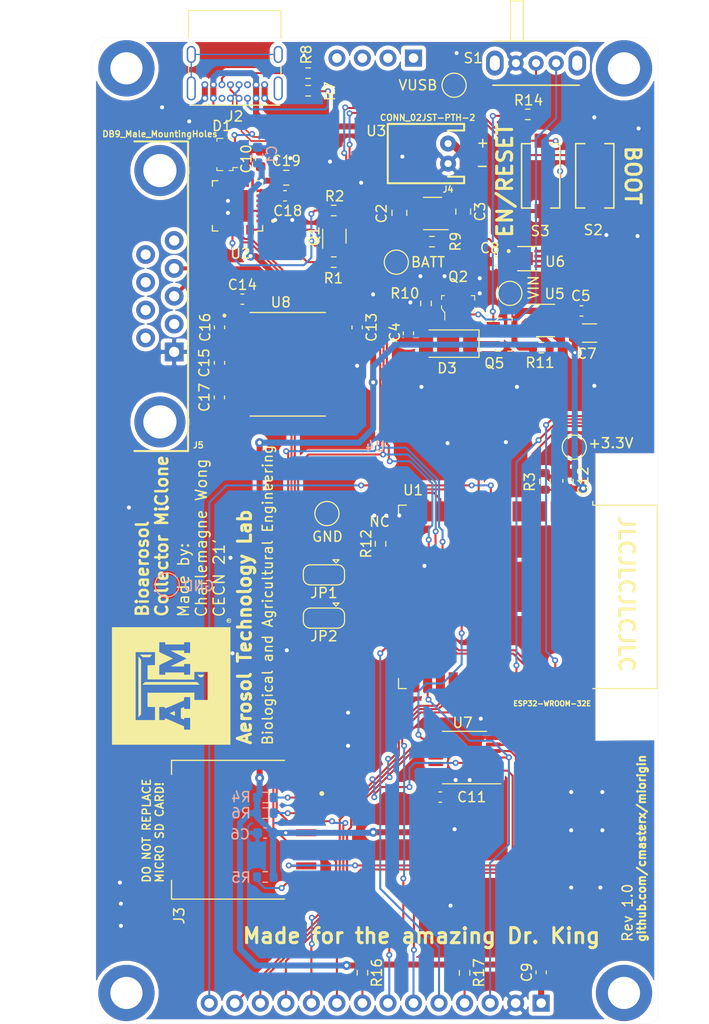
<source format=kicad_pcb>
(kicad_pcb (version 20171130) (host pcbnew 5.1.10-88a1d61d58~88~ubuntu20.04.1)
  (layers (0 F.Cu signal) (31 B.Cu signal) (34 B.Paste user) (35 F.Paste user) (36 B.SilkS user) (37 F.SilkS user) (38 B.Mask user) (39 F.Mask user) (44 Edge.Cuts user))
  (net 0 "")
  (net 1 CH340-RTS)
  (net 2 ESP_0-QPWR)
  (net 3 "Net-(Q1-Pad5)")
  (net 4 "Net-(Q1-Pad2)")
  (net 5 CH340-DTR)
  (net 6 ~RESET)
  (net 7 "Net-(U1-Pad4)")
  (net 8 "Net-(U1-Pad5)")
  (net 9 "Net-(U1-Pad6)")
  (net 10 "Net-(U1-Pad7)")
  (net 11 "Net-(U1-Pad17)")
  (net 12 "Net-(U1-Pad18)")
  (net 13 "Net-(U1-Pad19)")
  (net 14 "Net-(U1-Pad20)")
  (net 15 "Net-(U1-Pad21)")
  (net 16 "Net-(U1-Pad22)")
  (net 17 "Net-(U1-Pad24)")
  (net 18 "Net-(U1-Pad32)")
  (net 19 GND)
  (net 20 +3V3)
  (net 21 VIN)
  (net 22 +BATT)
  (net 23 "Net-(U3-Pad1)")
  (net 24 D+)
  (net 25 D-)
  (net 26 "Net-(J2-PadB8)")
  (net 27 "Net-(J2-PadA5)")
  (net 28 "Net-(J2-PadA8)")
  (net 29 "Net-(J2-PadB5)")
  (net 30 "Net-(J2-PadS1)")
  (net 31 SD_CS)
  (net 32 "Net-(J3-Pad8)")
  (net 33 "Net-(J3-Pad1)")
  (net 34 "Net-(R9-Pad1)")
  (net 35 "Net-(R11-Pad1)")
  (net 36 HSPI_MOSI)
  (net 37 HSPI_MISO)
  (net 38 LCD_CS)
  (net 39 VSPI_SCLK)
  (net 40 VSPI_MISO)
  (net 41 SDA)
  (net 42 CH340-TX)
  (net 43 CH340-RX)
  (net 44 SCL)
  (net 45 VSPI_MOSI)
  (net 46 "Net-(U2-Pad12)")
  (net 47 "Net-(U2-Pad11)")
  (net 48 "Net-(U2-Pad10)")
  (net 49 "Net-(U2-Pad9)")
  (net 50 "Net-(U5-Pad4)")
  (net 51 +VUSB_IN)
  (net 52 EN_SWITCH)
  (net 53 "Net-(R14-Pad1)")
  (net 54 "Net-(U1-Pad29)")
  (net 55 "Net-(U1-Pad14)")
  (net 56 "Net-(J3-Pad7)")
  (net 57 "Net-(J5-Pad9)")
  (net 58 "Net-(J5-Pad8)")
  (net 59 "Net-(J5-Pad7)")
  (net 60 "Net-(J5-Pad6)")
  (net 61 "Net-(J5-Pad4)")
  (net 62 "Net-(J5-Pad3)")
  (net 63 "Net-(J5-Pad2)")
  (net 64 "Net-(J5-Pad1)")
  (net 65 "Net-(JP1-Pad2)")
  (net 66 RS232-TX)
  (net 67 "Net-(JP2-Pad2)")
  (net 68 RS232-RX)
  (net 69 "Net-(C14-Pad2)")
  (net 70 "Net-(C14-Pad1)")
  (net 71 "Net-(C15-Pad2)")
  (net 72 "Net-(C15-Pad1)")
  (net 73 "Net-(C16-Pad1)")
  (net 74 "Net-(C17-Pad1)")
  (net 75 HSPI_SCLK)
  (net 76 "Net-(U4-Pad6)")
  (net 77 "Net-(R16-Pad2)")
  (net 78 "Net-(R17-Pad2)")
  (net 79 TCH_CS)
  (net 80 LCD_DC)
  (net 81 "Net-(U4-Pad2)")
  (net 82 "Net-(U8-Pad10)")
  (net 83 "Net-(U8-Pad9)")
  (net 84 "Net-(U8-Pad8)")
  (net 85 "Net-(U8-Pad7)")
  (net 86 "Net-(J3-Pad9)")
  (net 87 BAT_ALERT)
  (net 88 TCH_INT)
  (net 89 "Net-(U2-Pad2)")
  (net 90 "Net-(U2-Pad1)")
  (net 91 "Net-(U2-Pad27)")
  (net 92 "Net-(U2-Pad23)")
  (net 93 V_PREMOS)
  (module Capacitor_SMD:C_0603_1608Metric (layer B.Cu) (at 141.05 57.15 90)
    (fp_text reference C1 (at 0 1.43 90) (layer B.SilkS) (effects (justify mirror)))
    (fp_text value 1uF)
    (pad 2 smd roundrect (at 0.775 0 90) (size 0.9 0.95) (layers B.Cu B.Paste B.Mask) (net 19 GND))
    (pad 1 smd roundrect (at -0.775 0 90) (size 0.9 0.95) (layers B.Cu B.Paste B.Mask) (net 20 +3V3))
  )
  (module assets:tamu_pos (layer F.Cu) (at 132.5 109.5 90)
    (fp_text reference G*** hide)
    (fp_text value LOGO hide)
  )
  (module Capacitor_SMD:C_0805_2012Metric (layer F.Cu) (at 143.9 59.4)
    (fp_text reference C19 (at 0 -1.68) (layer F.SilkS))
    (fp_text value 4.7uF)
    (pad 2 smd roundrect (at 0.95 0) (size 1 1.45) (layers F.Cu F.Paste F.Mask) (net 19 GND))
    (pad 1 smd roundrect (at -0.95 0) (size 1 1.45) (layers F.Cu F.Paste F.Mask) (net 20 +3V3))
  )
  (module CP2102:QFN50P500X500X100-29N (layer F.Cu) (at 139.05 62.2 180)
    (fp_text reference U2 (at -0.295 -4.74) (layer F.SilkS))
    (fp_text value CP2102)
    (pad 8 smd rect (at -1.5 2.37 180) (size 0.26 0.97) (layers F.Cu F.Paste F.Mask) (net 51 +VUSB_IN))
    (pad 9 smd rect (at -1 2.37 180) (size 0.26 0.97) (layers F.Cu F.Paste F.Mask) (net 49 "Net-(U2-Pad9)"))
    (pad 10 smd rect (at -0.5 2.37 180) (size 0.26 0.97) (layers F.Cu F.Paste F.Mask) (net 48 "Net-(U2-Pad10)"))
    (pad 11 smd rect (at 0 2.37 180) (size 0.26 0.97) (layers F.Cu F.Paste F.Mask) (net 47 "Net-(U2-Pad11)"))
    (pad 12 smd rect (at 0.5 2.37 180) (size 0.26 0.97) (layers F.Cu F.Paste F.Mask) (net 46 "Net-(U2-Pad12)"))
    (pad 13 smd rect (at 1 2.37 180) (size 0.26 0.97) (layers F.Cu F.Paste F.Mask) (net 48 "Net-(U2-Pad10)"))
    (pad 14 smd rect (at 1.5 2.37 180) (size 0.26 0.97) (layers F.Cu F.Paste F.Mask) (net 48 "Net-(U2-Pad10)"))
    (pad 22 smd rect (at 1.5 -2.37 180) (size 0.26 0.97) (layers F.Cu F.Paste F.Mask) (net 48 "Net-(U2-Pad10)"))
    (pad 23 smd rect (at 1 -2.37 180) (size 0.26 0.97) (layers F.Cu F.Paste F.Mask) (net 92 "Net-(U2-Pad23)"))
    (pad 24 smd rect (at 0.5 -2.37 180) (size 0.26 0.97) (layers F.Cu F.Paste F.Mask) (net 1 CH340-RTS))
    (pad 25 smd rect (at 0 -2.37 180) (size 0.26 0.97) (layers F.Cu F.Paste F.Mask) (net 43 CH340-RX))
    (pad 26 smd rect (at -0.5 -2.37 180) (size 0.26 0.97) (layers F.Cu F.Paste F.Mask) (net 42 CH340-TX))
    (pad 27 smd rect (at -1 -2.37 180) (size 0.26 0.97) (layers F.Cu F.Paste F.Mask) (net 91 "Net-(U2-Pad27)"))
    (pad 28 smd rect (at -1.5 -2.37 180) (size 0.26 0.97) (layers F.Cu F.Paste F.Mask) (net 5 CH340-DTR))
    (pad 1 smd rect (at -2.37 -1.5 180) (size 0.97 0.26) (layers F.Cu F.Paste F.Mask) (net 90 "Net-(U2-Pad1)"))
    (pad 2 smd rect (at -2.37 -1 180) (size 0.97 0.26) (layers F.Cu F.Paste F.Mask) (net 89 "Net-(U2-Pad2)"))
    (pad 3 smd rect (at -2.37 -0.5 180) (size 0.97 0.26) (layers F.Cu F.Paste F.Mask) (net 19 GND))
    (pad 4 smd rect (at -2.37 0 180) (size 0.97 0.26) (layers F.Cu F.Paste F.Mask) (net 24 D+))
    (pad 5 smd rect (at -2.37 0.5 180) (size 0.97 0.26) (layers F.Cu F.Paste F.Mask) (net 25 D-))
    (pad 6 smd rect (at -2.37 1 180) (size 0.97 0.26) (layers F.Cu F.Paste F.Mask) (net 20 +3V3))
    (pad 7 smd rect (at -2.37 1.5 180) (size 0.97 0.26) (layers F.Cu F.Paste F.Mask) (net 20 +3V3))
    (pad 15 smd rect (at 2.37 1.5 180) (size 0.97 0.26) (layers F.Cu F.Paste F.Mask) (net 48 "Net-(U2-Pad10)"))
    (pad 16 smd rect (at 2.37 1 180) (size 0.97 0.26) (layers F.Cu F.Paste F.Mask) (net 48 "Net-(U2-Pad10)"))
    (pad 17 smd rect (at 2.37 0.5 180) (size 0.97 0.26) (layers F.Cu F.Paste F.Mask) (net 48 "Net-(U2-Pad10)"))
    (pad 18 smd rect (at 2.37 0 180) (size 0.97 0.26) (layers F.Cu F.Paste F.Mask) (net 48 "Net-(U2-Pad10)"))
    (pad 19 smd rect (at 2.37 -0.5 180) (size 0.97 0.26) (layers F.Cu F.Paste F.Mask) (net 48 "Net-(U2-Pad10)"))
    (pad 20 smd rect (at 2.37 -1 180) (size 0.97 0.26) (layers F.Cu F.Paste F.Mask) (net 48 "Net-(U2-Pad10)"))
    (pad 21 smd rect (at 2.37 -1.5 180) (size 0.97 0.26) (layers F.Cu F.Paste F.Mask) (net 48 "Net-(U2-Pad10)"))
    (pad 29 smd rect (at 0 0 180) (size 3.15 3.15) (layers F.Cu F.Mask) (net 19 GND))
  )
  (module digikey-footprints:SOT-143-4 (layer F.Cu) (at 137.8 57.09 90)
    (fp_text reference D1 (at 2.84 -0.3 180) (layer F.SilkS))
    (fp_text value SP0503BAHTG hide)
    (pad 4 smd rect (at -0.96 -1 90) (size 0.55 1.31) (layers F.Cu F.Paste F.Mask) (net 25 D-))
    (pad 1 smd rect (at -0.76 1 90) (size 0.94 1.31) (layers F.Cu F.Paste F.Mask) (net 19 GND))
    (pad 2 smd rect (at 0.96 1 90) (size 0.55 1.31) (layers F.Cu F.Paste F.Mask) (net 24 D+))
    (pad 3 smd rect (at 0.96 -1 90) (size 0.55 1.31) (layers F.Cu F.Paste F.Mask) (net 51 +VUSB_IN))
  )
  (module Capacitor_SMD:C_0603_1608Metric (layer F.Cu) (at 143.775 61.2)
    (fp_text reference C18 (at 0.275 1.5) (layer F.SilkS))
    (fp_text value 0.1uF)
    (pad 2 smd roundrect (at 0.775 0) (size 0.9 0.95) (layers F.Cu F.Paste F.Mask) (net 19 GND))
    (pad 1 smd roundrect (at -0.775 0) (size 0.9 0.95) (layers F.Cu F.Paste F.Mask) (net 20 +3V3))
  )
  (module Capacitor_SMD:C_0603_1608Metric (layer F.Cu) (at 141.35 57.525 90)
    (fp_text reference C10 (at 0 -1.43 90) (layer F.SilkS))
    (fp_text value 0.1uF)
    (pad 2 smd roundrect (at 0.775 0 90) (size 0.9 0.95) (layers F.Cu F.Paste F.Mask) (net 19 GND))
    (pad 1 smd roundrect (at -0.775 0 90) (size 0.9 0.95) (layers F.Cu F.Paste F.Mask) (net 20 +3V3))
  )
  (module MiOrigin:3.5-TFT-LCD-SPI (layer B.Cu) (at 152.75 94.5)
    (fp_text reference U4 (at 0 -8.382) (layer B.SilkS) (effects (justify mirror)))
    (fp_text value 3.5-TFT-LCD-SPI)
    (pad 17 thru_hole circle (at 1.27 -47) (size 1.7 1.7) (drill 0.95) (layers *.Cu *.Mask))
    (pad 16 thru_hole circle (at -1.27 -47) (size 1.7 1.7) (drill 0.95) (layers *.Cu *.Mask))
    (pad 15 thru_hole circle (at -3.81 -47) (size 1.7 1.7) (drill 0.95) (layers *.Cu *.Mask))
    (pad 18 thru_hole rect (at 3.81 -47) (size 1.7 1.7) (drill 0.95) (layers *.Cu *.Mask))
    (pad 14 thru_hole rect (at 16.51 46.99) (size 1.7 1.7) (drill 0.95) (layers *.Cu *.Mask) (net 20 +3V3))
    (pad 13 thru_hole circle (at 13.97 46.99) (size 1.7 1.7) (drill 0.95) (layers *.Cu *.Mask) (net 19 GND))
    (pad 12 thru_hole circle (at 11.43 46.99) (size 1.7 1.7) (drill 0.95) (layers *.Cu *.Mask) (net 38 LCD_CS))
    (pad 11 thru_hole circle (at 8.89 46.99) (size 1.7 1.7) (drill 0.95) (layers *.Cu *.Mask) (net 78 "Net-(R17-Pad2)"))
    (pad 10 thru_hole circle (at 6.35 46.99) (size 1.7 1.7) (drill 0.95) (layers *.Cu *.Mask) (net 80 LCD_DC))
    (pad 9 thru_hole circle (at 3.81 46.99) (size 1.7 1.7) (drill 0.95) (layers *.Cu *.Mask) (net 45 VSPI_MOSI))
    (pad 8 thru_hole circle (at 1.27 46.99) (size 1.7 1.7) (drill 0.95) (layers *.Cu *.Mask) (net 39 VSPI_SCLK))
    (pad 7 thru_hole circle (at -1.27 46.99) (size 1.7 1.7) (drill 0.95) (layers *.Cu *.Mask) (net 77 "Net-(R16-Pad2)"))
    (pad 6 thru_hole circle (at -3.81 46.99) (size 1.7 1.7) (drill 0.95) (layers *.Cu *.Mask) (net 76 "Net-(U4-Pad6)"))
    (pad 5 thru_hole circle (at -6.35 46.99) (size 1.7 1.7) (drill 0.95) (layers *.Cu *.Mask) (net 75 HSPI_SCLK))
    (pad 4 thru_hole circle (at -8.89 46.99) (size 1.7 1.7) (drill 0.95) (layers *.Cu *.Mask) (net 79 TCH_CS))
    (pad 3 thru_hole circle (at -11.43 46.99) (size 1.7 1.7) (drill 0.95) (layers *.Cu *.Mask) (net 36 HSPI_MOSI))
    (pad 2 thru_hole circle (at -13.97 47) (size 1.7 1.7) (drill 0.95) (layers *.Cu *.Mask) (net 81 "Net-(U4-Pad2)"))
    (pad 1 thru_hole circle (at -16.51 47) (size 1.7 1.7) (drill 0.95) (layers *.Cu *.Mask) (net 88 TCH_INT))
  )
  (module TestPoint:TestPoint_Pad_D2.0mm (layer F.Cu) (at 160.6 50.2)
    (fp_text reference TP6 hide)
    (fp_text value +VUSB_IN_TP)
    (fp_text user VUSB (at -3.6 0) (layer F.SilkS))
    (pad 1 smd circle (at 0 0) (size 2 2) (layers F.Cu F.Mask) (net 51 +VUSB_IN))
  )
  (module Jumper:SolderJumper-3_P1.3mm_Bridged12_RoundedPad1.0x1.5mm (layer F.Cu) (at 147.65 103.2 180)
    (fp_text reference JP2 (at 0 -1.8) (layer F.SilkS))
    (fp_text value JUMPER-SMT_3)
    (fp_poly (pts (xy -0.9 -0.3) (xy -0.4 -0.3) (xy -0.4 0.3) (xy -0.9 0.3)) (layer F.Cu) (width 0))
    (pad 1 smd custom (at -1.3 0 180) (size 1 0.5) (layers F.Cu F.Mask) (net 68 RS232-RX) (options (clearance outline) (anchor rect)) (primitives (gr_circle (center 0 0.25) (end 0.5 0.25) (width 0)) (gr_circle (center 0 -0.25) (end 0.5 -0.25) (width 0)) (gr_poly (pts (xy 0.55 -0.75) (xy 0 -0.75) (xy 0 0.75) (xy 0.55 0.75)) (width 0))))
    (pad 2 smd rect (at 0 0 180) (size 1 1.5) (layers F.Cu F.Mask) (net 67 "Net-(JP2-Pad2)"))
    (pad 3 smd custom (at 1.3 0 180) (size 1 0.5) (layers F.Cu F.Mask) (net 43 CH340-RX) (options (clearance outline) (anchor rect)) (primitives (gr_circle (center 0 0.25) (end 0.5 0.25) (width 0)) (gr_circle (center 0 -0.25) (end 0.5 -0.25) (width 0)) (gr_poly (pts (xy -0.55 -0.75) (xy 0 -0.75) (xy 0 0.75) (xy -0.55 0.75)) (width 0))))
  )
  (module Jumper:SolderJumper-3_P1.3mm_Bridged12_RoundedPad1.0x1.5mm (layer F.Cu) (at 147.65 98.9 180)
    (fp_text reference JP1 (at 0 -1.8) (layer F.SilkS))
    (fp_text value JUMPER-SMT_3)
    (fp_poly (pts (xy -0.9 -0.3) (xy -0.4 -0.3) (xy -0.4 0.3) (xy -0.9 0.3)) (layer F.Cu) (width 0))
    (pad 1 smd custom (at -1.3 0 180) (size 1 0.5) (layers F.Cu F.Mask) (net 66 RS232-TX) (options (clearance outline) (anchor rect)) (primitives (gr_circle (center 0 0.25) (end 0.5 0.25) (width 0)) (gr_circle (center 0 -0.25) (end 0.5 -0.25) (width 0)) (gr_poly (pts (xy 0.55 -0.75) (xy 0 -0.75) (xy 0 0.75) (xy 0.55 0.75)) (width 0))))
    (pad 2 smd rect (at 0 0 180) (size 1 1.5) (layers F.Cu F.Mask) (net 65 "Net-(JP1-Pad2)"))
    (pad 3 smd custom (at 1.3 0 180) (size 1 0.5) (layers F.Cu F.Mask) (net 42 CH340-TX) (options (clearance outline) (anchor rect)) (primitives (gr_circle (center 0 0.25) (end 0.5 0.25) (width 0)) (gr_circle (center 0 -0.25) (end 0.5 -0.25) (width 0)) (gr_poly (pts (xy -0.55 -0.75) (xy 0 -0.75) (xy 0 0.75) (xy -0.55 0.75)) (width 0))))
  )
  (module TestPoint:TestPoint_Pad_D2.0mm (layer F.Cu) (at 166.15 70.9 90)
    (fp_text reference TP5 hide)
    (fp_text value "VIN TP")
    (fp_text user VIN (at 0.6 2.35 90) (layer F.SilkS))
    (pad 1 smd circle (at 0 0 90) (size 2 2) (layers F.Cu F.Mask) (net 21 VIN))
  )
  (module TestPoint:TestPoint_Pad_D2.0mm (layer B.Cu) (at 132.05 99.9 180)
    (fp_text reference TP4 hide)
    (fp_text value "GND (+BATT) TP")
    (fp_text user GND (at -3.15 -0.1 180) (layer B.SilkS) (effects (justify mirror)))
    (pad 1 smd circle (at 0 0 180) (size 2 2) (layers B.Cu B.Mask) (net 19 GND))
  )
  (module TestPoint:TestPoint_Pad_D2.0mm (layer F.Cu) (at 154.85 67.8)
    (fp_text reference TP3 hide)
    (fp_text value "+BATT TP")
    (fp_text user BATT (at 3.15 0) (layer F.SilkS))
    (pad 1 smd circle (at 0 0) (size 2 2) (layers F.Cu F.Mask) (net 22 +BATT))
  )
  (module TestPoint:TestPoint_Pad_D2.0mm (layer F.Cu) (at 147.95 92.8 180)
    (fp_text reference TP2 hide)
    (fp_text value "MCU GND Test Point")
    (fp_text user GND (at -0.05 -2.3 180) (layer F.SilkS))
    (pad 1 smd circle (at 0 0 180) (size 2 2) (layers F.Cu F.Mask) (net 19 GND))
  )
  (module TestPoint:TestPoint_Pad_D2.0mm (layer F.Cu) (at 172.55 86.2 90)
    (fp_text reference TP1 hide)
    (fp_text value "MCU +3.3V Test Point")
    (fp_text user +3.3V (at 0.4 3.65 180) (layer F.SilkS))
    (pad 1 smd circle (at 0 0 90) (size 2 2) (layers F.Cu F.Mask) (net 20 +3V3))
  )
  (module Package_SO:TSSOP-14_4.4x5mm_P0.65mm (layer F.Cu) (at 161.64 117.07 180)
    (fp_text reference U7 (at 0.19 3.47) (layer F.SilkS))
    (fp_text value "SN74LVC125ADBR_(Units)")
    (pad 1 smd roundrect (at -2.8625 -1.95 180) (size 1.475 0.4) (layers F.Cu F.Paste F.Mask) (net 31 SD_CS))
    (pad 2 smd roundrect (at -2.8625 -1.3 180) (size 1.475 0.4) (layers F.Cu F.Paste F.Mask) (net 56 "Net-(J3-Pad7)"))
    (pad 3 smd roundrect (at -2.8625 -0.65 180) (size 1.475 0.4) (layers F.Cu F.Paste F.Mask) (net 37 HSPI_MISO))
    (pad 4 smd roundrect (at -2.8625 0 180) (size 1.475 0.4) (layers F.Cu F.Paste F.Mask) (net 38 LCD_CS))
    (pad 5 smd roundrect (at -2.8625 0.65 180) (size 1.475 0.4) (layers F.Cu F.Paste F.Mask) (net 76 "Net-(U4-Pad6)"))
    (pad 6 smd roundrect (at -2.8625 1.3 180) (size 1.475 0.4) (layers F.Cu F.Paste F.Mask) (net 40 VSPI_MISO))
    (pad 7 smd roundrect (at -2.8625 1.95 180) (size 1.475 0.4) (layers F.Cu F.Paste F.Mask) (net 19 GND))
    (pad 8 smd roundrect (at 2.8625 1.95 180) (size 1.475 0.4) (layers F.Cu F.Paste F.Mask) (net 37 HSPI_MISO))
    (pad 9 smd roundrect (at 2.8625 1.3 180) (size 1.475 0.4) (layers F.Cu F.Paste F.Mask) (net 81 "Net-(U4-Pad2)"))
    (pad 10 smd roundrect (at 2.8625 0.65 180) (size 1.475 0.4) (layers F.Cu F.Paste F.Mask) (net 79 TCH_CS))
    (pad 11 smd roundrect (at 2.8625 0 180) (size 1.475 0.4) (layers F.Cu F.Paste F.Mask))
    (pad 12 smd roundrect (at 2.8625 -0.65 180) (size 1.475 0.4) (layers F.Cu F.Paste F.Mask))
    (pad 13 smd roundrect (at 2.8625 -1.3 180) (size 1.475 0.4) (layers F.Cu F.Paste F.Mask))
    (pad 14 smd roundrect (at 2.8625 -1.95 180) (size 1.475 0.4) (layers F.Cu F.Paste F.Mask) (net 20 +3V3))
  )
  (module MAX17048G_T10:SON50P200X200X80-9N (layer F.Cu) (at 167.975 67.45)
    (fp_text reference U6 (at 2.675 0.3) (layer F.SilkS))
    (fp_text value MAX1704X)
    (pad EP smd rect (at 0 0) (size 0.9 1.3) (layers F.Cu F.Mask) (net 19 GND))
    (pad 8 smd rect (at 0.985 -0.75) (size 0.76 0.27) (layers F.Cu F.Paste F.Mask) (net 41 SDA))
    (pad 7 smd rect (at 0.985 -0.25) (size 0.76 0.27) (layers F.Cu F.Paste F.Mask) (net 44 SCL))
    (pad 6 smd rect (at 0.985 0.25) (size 0.76 0.27) (layers F.Cu F.Paste F.Mask) (net 19 GND))
    (pad 5 smd rect (at 0.985 0.75) (size 0.76 0.27) (layers F.Cu F.Paste F.Mask) (net 87 BAT_ALERT))
    (pad 4 smd rect (at -0.985 0.75) (size 0.76 0.27) (layers F.Cu F.Paste F.Mask) (net 19 GND))
    (pad 3 smd rect (at -0.985 0.25) (size 0.76 0.27) (layers F.Cu F.Paste F.Mask) (net 22 +BATT))
    (pad 2 smd rect (at -0.985 -0.25) (size 0.76 0.27) (layers F.Cu F.Paste F.Mask) (net 22 +BATT))
    (pad 1 smd rect (at -0.985 -0.75) (size 0.76 0.27) (layers F.Cu F.Paste F.Mask) (net 19 GND))
  )
  (module PTS636SK50SMTRLFS:PTS636SK50SMTRLFS (layer F.Cu) (at 169.2108 59.2166 90)
    (fp_text reference S3 (at -5.4864 -0.0508 180) (layer F.SilkS))
    (fp_text value PTS636-SMG25J-SMTR-LFS)
    (pad 2 smd rect (at 3.5 0 90) (size 1.4 1.2) (layers F.Cu F.Paste F.Mask) (net 6 ~RESET))
    (pad 1 smd rect (at -3.5 0 90) (size 1.4 1.2) (layers F.Cu F.Paste F.Mask) (net 19 GND))
  )
  (module PTS636SK50SMTRLFS:PTS636SK50SMTRLFS (layer F.Cu) (at 174.5956 59.2114 90)
    (fp_text reference S2 (at -5.39 -0.1524 180) (layer F.SilkS))
    (fp_text value PTS636-SMG25J-SMTR-LFS)
    (pad 2 smd rect (at 3.5 0 90) (size 1.4 1.2) (layers F.Cu F.Paste F.Mask) (net 2 ESP_0-QPWR))
    (pad 1 smd rect (at -3.5 0 90) (size 1.4 1.2) (layers F.Cu F.Paste F.Mask) (net 19 GND))
  )
  (module Resistor_SMD:R_0603_1608Metric (layer B.Cu) (at 141.8106 122.5922 180)
    (fp_text reference R6 (at 2.4106 -0.0078 180) (layer B.SilkS) (effects (justify mirror)))
    (fp_text value 10k)
    (pad 2 smd roundrect (at 0.825 0 180) (size 0.8 0.95) (layers B.Cu B.Paste B.Mask) (net 20 +3V3))
    (pad 1 smd roundrect (at -0.825 0 180) (size 0.8 0.95) (layers B.Cu B.Paste B.Mask) (net 31 SD_CS))
  )
  (module Resistor_SMD:R_0603_1608Metric (layer B.Cu) (at 141.8106 121.0428 180)
    (fp_text reference R4 (at 2.4106 0.0428) (layer B.SilkS) (effects (justify mirror)))
    (fp_text value 10k)
    (pad 2 smd roundrect (at 0.825 0 180) (size 0.8 0.95) (layers B.Cu B.Paste B.Mask) (net 20 +3V3))
    (pad 1 smd roundrect (at -0.825 0 180) (size 0.8 0.95) (layers B.Cu B.Paste B.Mask) (net 33 "Net-(J3-Pad1)"))
  )
  (module DM3CS-SF:HRS_DM3CS-SF (layer F.Cu) (at 139.5368 124.4464 90)
    (fp_text reference J3 (at -8.3536 -6.2868 90) (layer F.SilkS) (effects (font (size 1.003992 1.003992))))
    (fp_text value Micro_SD_Card)
    (pad 8 smd rect (at -4.5 6.35 90) (size 0.7 2) (layers F.Cu F.Paste F.Mask) (net 32 "Net-(J3-Pad8)"))
    (pad 7 smd rect (at -3.4 6.35 90) (size 0.7 2) (layers F.Cu F.Paste F.Mask) (net 56 "Net-(J3-Pad7)"))
    (pad 6 smd rect (at -2.3 6.35 90) (size 0.7 2) (layers F.Cu F.Paste F.Mask) (net 19 GND))
    (pad 5 smd rect (at -1.2 6.35 90) (size 0.7 2) (layers F.Cu F.Paste F.Mask) (net 75 HSPI_SCLK))
    (pad 4 smd rect (at -0.1 6.35 90) (size 0.7 2) (layers F.Cu F.Paste F.Mask) (net 20 +3V3))
    (pad 3 smd rect (at 1 6.35 90) (size 0.7 2) (layers F.Cu F.Paste F.Mask) (net 36 HSPI_MOSI))
    (pad 2 smd rect (at 2.1 6.35 90) (size 0.7 2) (layers F.Cu F.Paste F.Mask) (net 31 SD_CS))
    (pad 1 smd rect (at 3.2 6.35 90) (size 0.7 2) (layers F.Cu F.Paste F.Mask) (net 33 "Net-(J3-Pad1)"))
    (pad S1 smd rect (at -6.6 5.85 90) (size 1 2.6) (layers F.Cu F.Paste F.Mask))
    (pad S2 smd rect (at 6.75 5.85 90) (size 1.5 2.6) (layers F.Cu F.Paste F.Mask))
    (pad 9 smd rect (at 1.8 -6.35 90) (size 2.7 1.4) (layers F.Cu F.Paste F.Mask) (net 86 "Net-(J3-Pad9)"))
    (pad S3 smd rect (at -3.1 -6.35 90) (size 2.7 1.4) (layers F.Cu F.Paste F.Mask))
    (pad S5 smd rect (at 4.85 -6.45 90) (size 1.2 1.2) (layers F.Cu F.Paste F.Mask))
  )
  (module Capacitor_SMD:C_0603_1608Metric (layer F.Cu) (at 159.225 121)
    (fp_text reference C11 (at 3.125 0) (layer F.SilkS))
    (fp_text value 0.1uF)
    (pad 2 smd roundrect (at 0.775 0) (size 0.9 0.95) (layers F.Cu F.Paste F.Mask) (net 19 GND))
    (pad 1 smd roundrect (at -0.775 0) (size 0.9 0.95) (layers F.Cu F.Paste F.Mask) (net 20 +3V3))
  )
  (module Capacitor_SMD:C_0603_1608Metric (layer F.Cu) (at 164.725 67.75)
    (fp_text reference C8 (at -0.575 -1.35) (layer F.SilkS))
    (fp_text value 0.1uF)
    (pad 2 smd roundrect (at 0.775 0) (size 0.9 0.95) (layers F.Cu F.Paste F.Mask) (net 22 +BATT))
    (pad 1 smd roundrect (at -0.775 0) (size 0.9 0.95) (layers F.Cu F.Paste F.Mask) (net 19 GND))
  )
  (module Capacitor_SMD:C_0603_1608Metric (layer B.Cu) (at 141.8104 124.5734 180)
    (fp_text reference C6 (at 2.5104 -0.1266 180) (layer B.SilkS) (effects (justify mirror)))
    (fp_text value 0.1uF)
    (pad 2 smd roundrect (at 0.775 0 180) (size 0.9 0.95) (layers B.Cu B.Paste B.Mask) (net 19 GND))
    (pad 1 smd roundrect (at -0.775 0 180) (size 0.9 0.95) (layers B.Cu B.Paste B.Mask) (net 20 +3V3))
  )
  (module Capacitor_SMD:C_0603_1608Metric (layer F.Cu) (at 156.05 74.875 90)
    (fp_text reference C4 (at 0.125 -1.35 90) (layer F.SilkS))
    (fp_text value 1uF)
    (pad 2 smd roundrect (at 0.775 0 90) (size 0.9 0.95) (layers F.Cu F.Paste F.Mask) (net 19 GND))
    (pad 1 smd roundrect (at -0.775 0 90) (size 0.9 0.95) (layers F.Cu F.Paste F.Mask) (net 51 +VUSB_IN))
  )
  (module Capacitor_SMD:C_0805_2012Metric (layer F.Cu) (at 155.156 62.896 270)
    (fp_text reference C2 (at 0.066 1.778 270) (layer F.SilkS))
    (fp_text value 4.7uF)
    (pad 2 smd roundrect (at 0.95 0 270) (size 1 1.45) (layers F.Cu F.Paste F.Mask) (net 19 GND))
    (pad 1 smd roundrect (at -0.95 0 270) (size 1 1.45) (layers F.Cu F.Paste F.Mask) (net 51 +VUSB_IN))
  )
  (module MAX3232:SOIC127P1030X265-16N (layer F.Cu) (at 144.05 77.955)
    (fp_text reference U8 (at -0.694 -6.162) (layer F.SilkS))
    (fp_text value MAX3232)
    (pad 16 smd rect (at 4.64 -4.445) (size 2.06 0.6) (layers F.Cu F.Paste F.Mask) (net 20 +3V3))
    (pad 15 smd rect (at 4.64 -3.175) (size 2.06 0.6) (layers F.Cu F.Paste F.Mask) (net 19 GND))
    (pad 14 smd rect (at 4.64 -1.905) (size 2.06 0.6) (layers F.Cu F.Paste F.Mask) (net 63 "Net-(J5-Pad2)"))
    (pad 13 smd rect (at 4.64 -0.635) (size 2.06 0.6) (layers F.Cu F.Paste F.Mask) (net 62 "Net-(J5-Pad3)"))
    (pad 12 smd rect (at 4.64 0.635) (size 2.06 0.6) (layers F.Cu F.Paste F.Mask) (net 67 "Net-(JP2-Pad2)"))
    (pad 11 smd rect (at 4.64 1.905) (size 2.06 0.6) (layers F.Cu F.Paste F.Mask) (net 65 "Net-(JP1-Pad2)"))
    (pad 10 smd rect (at 4.64 3.175) (size 2.06 0.6) (layers F.Cu F.Paste F.Mask) (net 82 "Net-(U8-Pad10)"))
    (pad 9 smd rect (at 4.64 4.445) (size 2.06 0.6) (layers F.Cu F.Paste F.Mask) (net 83 "Net-(U8-Pad9)"))
    (pad 8 smd rect (at -4.64 4.445) (size 2.06 0.6) (layers F.Cu F.Paste F.Mask) (net 84 "Net-(U8-Pad8)"))
    (pad 7 smd rect (at -4.64 3.175) (size 2.06 0.6) (layers F.Cu F.Paste F.Mask) (net 85 "Net-(U8-Pad7)"))
    (pad 6 smd rect (at -4.64 1.905) (size 2.06 0.6) (layers F.Cu F.Paste F.Mask) (net 74 "Net-(C17-Pad1)"))
    (pad 5 smd rect (at -4.64 0.635) (size 2.06 0.6) (layers F.Cu F.Paste F.Mask) (net 71 "Net-(C15-Pad2)"))
    (pad 4 smd rect (at -4.64 -0.635) (size 2.06 0.6) (layers F.Cu F.Paste F.Mask) (net 72 "Net-(C15-Pad1)"))
    (pad 3 smd rect (at -4.64 -1.905) (size 2.06 0.6) (layers F.Cu F.Paste F.Mask) (net 69 "Net-(C14-Pad2)"))
    (pad 2 smd rect (at -4.64 -3.175) (size 2.06 0.6) (layers F.Cu F.Paste F.Mask) (net 73 "Net-(C16-Pad1)"))
    (pad 1 smd rect (at -4.64 -4.445) (size 2.06 0.6) (layers F.Cu F.Paste F.Mask) (net 70 "Net-(C14-Pad1)"))
  )
  (module Capacitor_SMD:C_1206_3216Metric (layer F.Cu) (at 174.075 74.85)
    (fp_text reference C7 (at -0.275 2.05) (layer F.SilkS))
    (fp_text value 10uF)
    (pad 2 smd roundrect (at 1.475 0) (size 1.15 1.8) (layers F.Cu F.Paste F.Mask) (roundrect_rratio 0.2173904347826087) (net 19 GND))
    (pad 1 smd roundrect (at -1.475 0) (size 1.15 1.8) (layers F.Cu F.Paste F.Mask) (roundrect_rratio 0.2173904347826087) (net 20 +3V3))
  )
  (module Capacitor_SMD:C_0805_2012Metric (layer F.Cu) (at 161.506 62.774 270)
    (fp_text reference C3 (at 0 -1.68 90) (layer F.SilkS))
    (fp_text value 4.7uF)
    (pad 2 smd roundrect (at 0.95 0 270) (size 1 1.45) (layers F.Cu F.Paste F.Mask) (net 19 GND))
    (pad 1 smd roundrect (at -0.95 0 270) (size 1 1.45) (layers F.Cu F.Paste F.Mask) (net 22 +BATT))
  )
  (module MountingHole:MountingHole_3.2mm_M3_DIN965_Pad_TopBottom (layer F.Cu) (at 177.5 140.48)
    (fp_text reference H4 hide)
    (fp_text value MountingHole)
    (pad 1 connect circle (at 0 0) (size 5.6 5.6) (layers B.Cu B.Mask))
    (pad 1 connect circle (at 0 0) (size 5.6 5.6) (layers F.Cu F.Mask))
    (pad 1 thru_hole circle (at 0 0) (size 3.6 3.6) (drill 3.2) (layers *.Cu *.Mask))
  )
  (module MountingHole:MountingHole_3.2mm_M3_DIN965_Pad_TopBottom (layer F.Cu) (at 177.5 48.52)
    (fp_text reference H3 hide)
    (fp_text value MountingHole)
    (pad 1 thru_hole circle (at 0 0) (size 3.6 3.6) (drill 3.2) (layers *.Cu *.Mask))
    (pad 1 connect circle (at 0 0) (size 5.6 5.6) (layers F.Cu F.Mask))
    (pad 1 connect circle (at 0 0) (size 5.6 5.6) (layers B.Cu B.Mask))
  )
  (module MountingHole:MountingHole_3.2mm_M3_DIN965_Pad_TopBottom (layer F.Cu) (at 128 140.48)
    (fp_text reference H2 hide)
    (fp_text value MountingHole)
    (pad 1 connect circle (at 0 0) (size 5.6 5.6) (layers B.Cu B.Mask))
    (pad 1 connect circle (at 0 0) (size 5.6 5.6) (layers F.Cu F.Mask))
    (pad 1 thru_hole circle (at 0 0) (size 3.6 3.6) (drill 3.2) (layers *.Cu *.Mask))
  )
  (module MountingHole:MountingHole_3.2mm_M3_DIN965_Pad_TopBottom (layer F.Cu) (at 128 48.52)
    (fp_text reference H1 hide)
    (fp_text value MountingHole)
    (pad 1 connect circle (at 0 0) (size 5.6 5.6) (layers B.Cu B.Mask))
    (pad 1 connect circle (at 0 0) (size 5.6 5.6) (layers F.Cu F.Mask))
    (pad 1 thru_hole circle (at 0 0) (size 3.6 3.6) (drill 3.2) (layers *.Cu *.Mask))
  )
  (module Resistor_SMD:R_0603_1608Metric (layer F.Cu) (at 161.64 138.4806 270)
    (fp_text reference R17 (at 0 -1.43 90) (layer F.SilkS))
    (fp_text value 10k)
    (pad 2 smd roundrect (at 0.825 0 270) (size 0.8 0.95) (layers F.Cu F.Paste F.Mask) (net 78 "Net-(R17-Pad2)"))
    (pad 1 smd roundrect (at -0.825 0 270) (size 0.8 0.95) (layers F.Cu F.Paste F.Mask) (net 20 +3V3))
  )
  (module Resistor_SMD:R_0603_1608Metric (layer F.Cu) (at 151.48 138.4674 270)
    (fp_text reference R16 (at 0 -1.43 90) (layer F.SilkS))
    (fp_text value 0)
    (pad 2 smd roundrect (at 0.825 0 270) (size 0.8 0.95) (layers F.Cu F.Paste F.Mask) (net 77 "Net-(R16-Pad2)"))
    (pad 1 smd roundrect (at -0.825 0 270) (size 0.8 0.95) (layers F.Cu F.Paste F.Mask) (net 20 +3V3))
  )
  (module Package_TO_SOT_SMD:SOT-363_SC-70-6 (layer F.Cu) (at 148.6848 65.2126 90)
    (fp_text reference Q1 (at 0 -2 90) (layer F.SilkS))
    (fp_text value PMBT3904YS)
    (pad 6 smd rect (at 0.95 -0.65 90) (size 0.65 0.4) (layers F.Cu F.Paste F.Mask) (net 6 ~RESET))
    (pad 4 smd rect (at 0.95 0.65 90) (size 0.65 0.4) (layers F.Cu F.Paste F.Mask) (net 5 CH340-DTR))
    (pad 2 smd rect (at -0.95 0 90) (size 0.65 0.4) (layers F.Cu F.Paste F.Mask) (net 4 "Net-(Q1-Pad2)"))
    (pad 5 smd rect (at 0.95 0 90) (size 0.65 0.4) (layers F.Cu F.Paste F.Mask) (net 3 "Net-(Q1-Pad5)"))
    (pad 3 smd rect (at -0.95 0.65 90) (size 0.65 0.4) (layers F.Cu F.Paste F.Mask) (net 2 ESP_0-QPWR))
    (pad 1 smd rect (at -0.95 -0.65 90) (size 0.65 0.4) (layers F.Cu F.Paste F.Mask) (net 1 CH340-RTS))
  )
  (module Capacitor_SMD:C_0603_1608Metric (layer F.Cu) (at 169.26 138.429 90)
    (fp_text reference C9 (at 0 -1.43 90) (layer F.SilkS))
    (fp_text value 0.1uF)
    (pad 2 smd roundrect (at 0.775 0 90) (size 0.9 0.95) (layers F.Cu F.Paste F.Mask) (net 19 GND))
    (pad 1 smd roundrect (at -0.775 0 90) (size 0.9 0.95) (layers F.Cu F.Paste F.Mask) (net 20 +3V3))
  )
  (module Resistor_SMD:R_0603_1608Metric (layer F.Cu) (at 146.075 50.75)
    (fp_text reference R7 (at 2.1712 0.0508 -90) (layer F.SilkS))
    (fp_text value 5.1k)
    (pad 1 smd roundrect (at -0.825 0) (size 0.8 0.95) (layers F.Cu F.Paste F.Mask) (net 19 GND))
    (pad 2 smd roundrect (at 0.825 0) (size 0.8 0.95) (layers F.Cu F.Paste F.Mask) (net 27 "Net-(J2-PadA5)"))
  )
  (module Resistor_SMD:R_0603_1608Metric (layer F.Cu) (at 167.925 53.1 180)
    (fp_text reference R14 (at -0.075 1.4) (layer F.SilkS))
    (fp_text value 100k)
    (pad 2 smd roundrect (at 0.825 0 180) (size 0.8 0.95) (layers F.Cu F.Paste F.Mask) (net 52 EN_SWITCH))
    (pad 1 smd roundrect (at -0.825 0 180) (size 0.8 0.95) (layers F.Cu F.Paste F.Mask) (net 53 "Net-(R14-Pad1)"))
  )
  (module Capacitor_SMD:C_0603_1608Metric (layer F.Cu) (at 137.25 81.25 270)
    (fp_text reference C17 (at 0 1.5 90) (layer F.SilkS))
    (fp_text value 0.1uF)
    (pad 2 smd roundrect (at 0.775 0 270) (size 0.9 0.95) (layers F.Cu F.Paste F.Mask) (net 19 GND))
    (pad 1 smd roundrect (at -0.775 0 270) (size 0.9 0.95) (layers F.Cu F.Paste F.Mask) (net 74 "Net-(C17-Pad1)"))
  )
  (module Capacitor_SMD:C_0603_1608Metric (layer F.Cu) (at 137.26 74.285 90)
    (fp_text reference C16 (at 0 -1.43 90) (layer F.SilkS))
    (fp_text value 0.1uF)
    (pad 2 smd roundrect (at 0.775 0 90) (size 0.9 0.95) (layers F.Cu F.Paste F.Mask) (net 19 GND))
    (pad 1 smd roundrect (at -0.775 0 90) (size 0.9 0.95) (layers F.Cu F.Paste F.Mask) (net 73 "Net-(C16-Pad1)"))
  )
  (module Capacitor_SMD:C_0603_1608Metric (layer F.Cu) (at 137.26 77.815 270)
    (fp_text reference C15 (at 0 1.524 90) (layer F.SilkS))
    (fp_text value 0.1uF)
    (pad 2 smd roundrect (at 0.775 0 270) (size 0.9 0.95) (layers F.Cu F.Paste F.Mask) (net 71 "Net-(C15-Pad2)"))
    (pad 1 smd roundrect (at -0.775 0 270) (size 0.9 0.95) (layers F.Cu F.Paste F.Mask) (net 72 "Net-(C15-Pad1)"))
  )
  (module Capacitor_SMD:C_0603_1608Metric (layer F.Cu) (at 139.533 71.478)
    (fp_text reference C14 (at 0 -1.43) (layer F.SilkS))
    (fp_text value 0.1uF)
    (pad 2 smd roundrect (at 0.775 0) (size 0.9 0.95) (layers F.Cu F.Paste F.Mask) (net 69 "Net-(C14-Pad2)"))
    (pad 1 smd roundrect (at -0.775 0) (size 0.9 0.95) (layers F.Cu F.Paste F.Mask) (net 70 "Net-(C14-Pad1)"))
  )
  (module Capacitor_SMD:C_0603_1608Metric (layer F.Cu) (at 150.95 74.285 270)
    (fp_text reference C13 (at 0 -1.43 90) (layer F.SilkS))
    (fp_text value 0.1uF)
    (pad 2 smd roundrect (at 0.775 0 270) (size 0.9 0.95) (layers F.Cu F.Paste F.Mask) (net 19 GND))
    (pad 1 smd roundrect (at -0.775 0 270) (size 0.9 0.95) (layers F.Cu F.Paste F.Mask) (net 20 +3V3))
  )
  (module Capacitor_SMD:C_0603_1608Metric (layer F.Cu) (at 171.927 89.547 90)
    (fp_text reference C12 (at 0 1.524 270) (layer F.SilkS))
    (fp_text value 0.1uF)
    (pad 2 smd roundrect (at 0.775 0 90) (size 0.9 0.95) (layers F.Cu F.Paste F.Mask) (net 19 GND))
    (pad 1 smd roundrect (at -0.775 0 90) (size 0.9 0.95) (layers F.Cu F.Paste F.Mask) (net 20 +3V3))
  )
  (module Package_TO_SOT_SMD:SOT-23-5 (layer F.Cu) (at 158.458 62.962 180)
    (fp_text reference U3 (at 5.608 8.212) (layer F.SilkS))
    (fp_text value MCP73832-2-OT)
    (pad 1 smd rect (at -1.1 -0.95 180) (size 1.06 0.65) (layers F.Cu F.Paste F.Mask) (net 23 "Net-(U3-Pad1)"))
    (pad 2 smd rect (at -1.1 0 180) (size 1.06 0.65) (layers F.Cu F.Paste F.Mask) (net 19 GND))
    (pad 3 smd rect (at -1.1 0.95 180) (size 1.06 0.65) (layers F.Cu F.Paste F.Mask) (net 22 +BATT))
    (pad 4 smd rect (at 1.1 0.95 180) (size 1.06 0.65) (layers F.Cu F.Paste F.Mask) (net 51 +VUSB_IN))
    (pad 5 smd rect (at 1.1 -0.95 180) (size 1.06 0.65) (layers F.Cu F.Paste F.Mask) (net 34 "Net-(R9-Pad1)"))
  )
  (module Resistor_SMD:R_0603_1608Metric (layer F.Cu) (at 153.2834 95.8086 90)
    (fp_text reference R12 (at 0 -1.43 90) (layer F.SilkS))
    (fp_text value NC)
    (pad 2 smd roundrect (at 0.825 0 90) (size 0.8 0.95) (layers F.Cu F.Paste F.Mask) (net 19 GND))
    (pad 1 smd roundrect (at -0.825 0 90) (size 0.8 0.95) (layers F.Cu F.Paste F.Mask) (net 36 HSPI_MOSI))
  )
  (module Resistor_SMD:R_0603_1608Metric (layer F.Cu) (at 158.395 65.756)
    (fp_text reference R9 (at 2.349 0 90) (layer F.SilkS))
    (fp_text value 2k)
    (pad 2 smd roundrect (at 0.825 0) (size 0.8 0.95) (layers F.Cu F.Paste F.Mask) (net 19 GND))
    (pad 1 smd roundrect (at -0.825 0) (size 0.8 0.95) (layers F.Cu F.Paste F.Mask) (net 34 "Net-(R9-Pad1)"))
  )
  (module Resistor_SMD:R_0603_1608Metric (layer B.Cu) (at 141.8106 128.9422)
    (fp_text reference R5 (at -2.4106 0.0578 180) (layer B.SilkS) (effects (justify mirror)))
    (fp_text value 10k)
    (pad 2 smd roundrect (at 0.825 0) (size 0.8 0.95) (layers B.Cu B.Paste B.Mask) (net 20 +3V3))
    (pad 1 smd roundrect (at -0.825 0) (size 0.8 0.95) (layers B.Cu B.Paste B.Mask) (net 32 "Net-(J3-Pad8)"))
  )
  (module Resistor_SMD:R_0603_1608Metric (layer F.Cu) (at 169.641 89.61 270)
    (fp_text reference R3 (at 0.0508 1.524 90) (layer F.SilkS))
    (fp_text value 10k)
    (pad 2 smd roundrect (at 0.825 0 270) (size 0.8 0.95) (layers F.Cu F.Paste F.Mask) (net 6 ~RESET))
    (pad 1 smd roundrect (at -0.825 0 270) (size 0.8 0.95) (layers F.Cu F.Paste F.Mask) (net 20 +3V3))
  )
  (module Connectors:JST-2-PTH (layer F.Cu) (at 160 57 90)
    (fp_text reference J4 (at -3.556 0) (layer F.SilkS) (effects (font (size 0.6096 0.6096) (thickness 0.127))))
    (fp_text value CONN_02JST-PTH-2 (at 3.57378 -2.032) (layer F.SilkS) (effects (font (size 0.6096 0.6096) (thickness 0.127))))
    (pad 2 thru_hole circle (at 0.99822 0 90) (size 1.59766 1.59766) (drill 0.6985) (layers *.Cu *.Mask) (net 22 +BATT))
    (pad 1 thru_hole circle (at -0.99822 0 90) (size 1.59766 1.59766) (drill 0.6985) (layers *.Cu *.Mask) (net 19 GND))
  )
  (module MiOrigin:DB9_MALE (layer F.Cu) (at 131.33014 71.18534 90)
    (fp_text reference J5 (at -14.81466 3.81986) (layer F.SilkS) (effects (font (size 0.6096 0.6096) (thickness 0.127))))
    (fp_text value DB9_Male_MountingHoles (at 16.129 0) (layer F.SilkS) (effects (font (size 0.6096 0.6096) (thickness 0.127))))
    (pad 1 thru_hole circle (at 5.53974 1.41986 90) (size 1.8796 1.8796) (drill 1.016) (layers *.Cu *.Mask) (net 64 "Net-(J5-Pad1)"))
    (pad 2 thru_hole circle (at 2.7686 1.41986 90) (size 1.8796 1.8796) (drill 1.016) (layers *.Cu *.Mask) (net 63 "Net-(J5-Pad2)"))
    (pad 3 thru_hole circle (at 0 1.41986 90) (size 1.8796 1.8796) (drill 1.016) (layers *.Cu *.Mask) (net 62 "Net-(J5-Pad3)"))
    (pad 4 thru_hole circle (at -2.7686 1.41986 90) (size 1.8796 1.8796) (drill 1.016) (layers *.Cu *.Mask) (net 61 "Net-(J5-Pad4)"))
    (pad 5 thru_hole rect (at -5.53974 1.41986 90) (size 1.8796 1.8796) (drill 1.016) (layers *.Cu *.Mask) (net 19 GND))
    (pad 6 thru_hole circle (at 4.14782 -1.41986 90) (size 1.8796 1.8796) (drill 1.016) (layers *.Cu *.Mask) (net 60 "Net-(J5-Pad6)"))
    (pad 7 thru_hole circle (at 1.37922 -1.41986 90) (size 1.8796 1.8796) (drill 1.016) (layers *.Cu *.Mask) (net 59 "Net-(J5-Pad7)"))
    (pad 8 thru_hole circle (at -1.37922 -1.41986 90) (size 1.8796 1.8796) (drill 1.016) (layers *.Cu *.Mask) (net 58 "Net-(J5-Pad8)"))
    (pad 9 thru_hole circle (at -4.14782 -1.41986 90) (size 1.8796 1.8796) (drill 1.016) (layers *.Cu *.Mask) (net 57 "Net-(J5-Pad9)"))
    (pad G1 thru_hole circle (at -12.49934 0 90) (size 5.08 5.08) (drill 3.302) (layers *.Cu *.Mask))
    (pad G2 thru_hole circle (at 12.49934 0 90) (size 5.08 5.08) (drill 3.302) (layers *.Cu *.Mask))
  )
  (module Connector_USB:USB_C_Receptacle_GCT_USB4085 (layer F.Cu) (at 141.75 51.5 180)
    (fp_text reference J2 (at 2.975 -1.8) (layer F.SilkS))
    (fp_text value USB_C_Receptacle)
    (pad S1 thru_hole oval (at 7.3 4.36 180) (size 0.9 1.7) (drill oval 0.6 1.4) (layers *.Cu *.Mask) (net 30 "Net-(J2-PadS1)"))
    (pad S1 thru_hole oval (at -1.35 4.36 180) (size 0.9 1.7) (drill oval 0.6 1.4) (layers *.Cu *.Mask) (net 30 "Net-(J2-PadS1)"))
    (pad S1 thru_hole oval (at 7.3 0.98 180) (size 0.9 2.4) (drill oval 0.6 2.1) (layers *.Cu *.Mask) (net 30 "Net-(J2-PadS1)"))
    (pad S1 thru_hole oval (at -1.35 0.98 180) (size 0.9 2.4) (drill oval 0.6 2.1) (layers *.Cu *.Mask) (net 30 "Net-(J2-PadS1)"))
    (pad B6 thru_hole circle (at 3.4 1.35 180) (size 0.7 0.7) (drill 0.4) (layers *.Cu *.Mask) (net 24 D+))
    (pad B1 thru_hole circle (at 5.95 1.35 180) (size 0.7 0.7) (drill 0.4) (layers *.Cu *.Mask) (net 19 GND))
    (pad B4 thru_hole circle (at 5.1 1.35 180) (size 0.7 0.7) (drill 0.4) (layers *.Cu *.Mask) (net 51 +VUSB_IN))
    (pad B5 thru_hole circle (at 4.25 1.35 180) (size 0.7 0.7) (drill 0.4) (layers *.Cu *.Mask) (net 29 "Net-(J2-PadB5)"))
    (pad B12 thru_hole circle (at 0 1.35 180) (size 0.7 0.7) (drill 0.4) (layers *.Cu *.Mask) (net 19 GND))
    (pad B8 thru_hole circle (at 1.7 1.35 180) (size 0.7 0.7) (drill 0.4) (layers *.Cu *.Mask) (net 26 "Net-(J2-PadB8)"))
    (pad B7 thru_hole circle (at 2.55 1.35 180) (size 0.7 0.7) (drill 0.4) (layers *.Cu *.Mask) (net 25 D-))
    (pad B9 thru_hole circle (at 0.85 1.35 180) (size 0.7 0.7) (drill 0.4) (layers *.Cu *.Mask) (net 51 +VUSB_IN))
    (pad A12 thru_hole circle (at 5.95 0 180) (size 0.7 0.7) (drill 0.4) (layers *.Cu *.Mask) (net 19 GND))
    (pad A9 thru_hole circle (at 5.1 0 180) (size 0.7 0.7) (drill 0.4) (layers *.Cu *.Mask) (net 51 +VUSB_IN))
    (pad A8 thru_hole circle (at 4.25 0 180) (size 0.7 0.7) (drill 0.4) (layers *.Cu *.Mask) (net 28 "Net-(J2-PadA8)"))
    (pad A7 thru_hole circle (at 3.4 0 180) (size 0.7 0.7) (drill 0.4) (layers *.Cu *.Mask) (net 25 D-))
    (pad A6 thru_hole circle (at 2.55 0 180) (size 0.7 0.7) (drill 0.4) (layers *.Cu *.Mask) (net 24 D+))
    (pad A5 thru_hole circle (at 1.7 0 180) (size 0.7 0.7) (drill 0.4) (layers *.Cu *.Mask) (net 27 "Net-(J2-PadA5)"))
    (pad A4 thru_hole circle (at 0.85 0 180) (size 0.7 0.7) (drill 0.4) (layers *.Cu *.Mask) (net 51 +VUSB_IN))
    (pad A1 thru_hole circle (at 0 0 180) (size 0.7 0.7) (drill 0.4) (layers *.Cu *.Mask) (net 19 GND))
  )
  (module MiOrigin:OS102011MA1QN1 (layer F.Cu) (at 168.75 48 180)
    (fp_text reference S1 (at 6.25 0.5) (layer F.SilkS))
    (fp_text value OS102011MA1QN1)
    (pad 3 thru_hole circle (at 2 0 180) (size 1.524 1.524) (drill 0.8) (layers *.Cu *.Mask) (net 19 GND))
    (pad 1 thru_hole circle (at -2 0 180) (size 1.524 1.524) (drill 0.8) (layers *.Cu *.Mask) (net 93 V_PREMOS))
    (pad 2 thru_hole circle (at 0 0 180) (size 1.524 1.524) (drill 0.8) (layers *.Cu *.Mask) (net 53 "Net-(R14-Pad1)"))
    (pad "" thru_hole oval (at 4.1 0 180) (size 1.75 2.5) (drill oval 1 1.5) (layers *.Cu *.Mask))
    (pad "" thru_hole oval (at -4.1 0 180) (size 1.75 2.5) (drill oval 1 1.5) (layers *.Cu *.Mask))
  )
  (module digikey-footprints:SOT-23-3 (layer F.Cu) (at 165.55 75)
    (fp_text reference Q5 (at -0.95 2.85) (layer F.SilkS))
    (fp_text value DMG2305UX-13)
    (pad 3 smd rect (at 1.05 0) (size 1.3 0.6) (layers F.Cu F.Paste F.Mask) (net 21 VIN))
    (pad 2 smd rect (at -1.05 0.95) (size 1.3 0.6) (layers F.Cu F.Paste F.Mask) (net 93 V_PREMOS))
    (pad 1 smd rect (at -1.05 -0.95) (size 1.3 0.6) (layers F.Cu F.Paste F.Mask) (net 52 EN_SWITCH))
  )
  (module Capacitor_SMD:C_0603_1608Metric (layer F.Cu) (at 173.275 72.65)
    (fp_text reference C5 (at -0.075 -1.5) (layer F.SilkS))
    (fp_text value 1uF)
    (pad 1 smd roundrect (at -0.775 0) (size 0.9 0.95) (layers F.Cu F.Paste F.Mask) (net 20 +3V3))
    (pad 2 smd roundrect (at 0.775 0) (size 0.9 0.95) (layers F.Cu F.Paste F.Mask) (net 19 GND))
  )
  (module Diode_SMD:D_SOD-128 (layer F.Cu) (at 160 75.9 180)
    (fp_text reference D3 (at 0.1 -2.45) (layer F.SilkS))
    (fp_text value PMEG6030EP)
    (pad 2 smd rect (at 2.2 0 180) (size 1.4 2.1) (layers F.Cu F.Paste F.Mask) (net 51 +VUSB_IN))
    (pad 1 smd rect (at -2.2 0 180) (size 1.4 2.1) (layers F.Cu F.Paste F.Mask) (net 93 V_PREMOS))
  )
  (module digikey-footprints:SOT-23-3 (layer F.Cu) (at 161 71.95 90)
    (fp_text reference Q2 (at 2.7 0 180) (layer F.SilkS))
    (fp_text value DMG2305UX-13)
    (pad 3 smd rect (at 1.05 0 90) (size 1.3 0.6) (layers F.Cu F.Paste F.Mask) (net 22 +BATT))
    (pad 2 smd rect (at -1.05 0.95 90) (size 1.3 0.6) (layers F.Cu F.Paste F.Mask) (net 93 V_PREMOS))
    (pad 1 smd rect (at -1.05 -0.95 90) (size 1.3 0.6) (layers F.Cu F.Paste F.Mask) (net 51 +VUSB_IN))
  )
  (module Resistor_SMD:R_0603_1608Metric (layer F.Cu) (at 148.6218 67.7932)
    (fp_text reference R1 (at -0.0218 1.6068) (layer F.SilkS))
    (fp_text value 10k)
    (pad 2 smd roundrect (at 0.825 0) (size 0.8 0.95) (layers F.Cu F.Paste F.Mask) (net 4 "Net-(Q1-Pad2)"))
    (pad 1 smd roundrect (at -0.825 0) (size 0.8 0.95) (layers F.Cu F.Paste F.Mask) (net 5 CH340-DTR))
  )
  (module Resistor_SMD:R_0603_1608Metric (layer F.Cu) (at 148.6218 62.6624)
    (fp_text reference R2 (at 0.0884 -1.4224) (layer F.SilkS))
    (fp_text value 10k)
    (pad 1 smd roundrect (at -0.825 0) (size 0.8 0.95) (layers F.Cu F.Paste F.Mask) (net 1 CH340-RTS))
    (pad 2 smd roundrect (at 0.825 0) (size 0.8 0.95) (layers F.Cu F.Paste F.Mask) (net 3 "Net-(Q1-Pad5)"))
  )
  (module Resistor_SMD:R_0603_1608Metric (layer F.Cu) (at 146.075 49 180)
    (fp_text reference R8 (at 0.175 1.85 270) (layer F.SilkS))
    (fp_text value 5.1k)
    (pad 2 smd roundrect (at 0.825 0 180) (size 0.8 0.95) (layers F.Cu F.Paste F.Mask) (net 29 "Net-(J2-PadB5)"))
    (pad 1 smd roundrect (at -0.825 0 180) (size 0.8 0.95) (layers F.Cu F.Paste F.Mask) (net 19 GND))
  )
  (module Resistor_SMD:R_0603_1608Metric (layer F.Cu) (at 157.8 71.9 90)
    (fp_text reference R10 (at 1 -2.1) (layer F.SilkS))
    (fp_text value 10k)
    (pad 1 smd roundrect (at -0.825 0 90) (size 0.8 0.95) (layers F.Cu F.Paste F.Mask) (net 51 +VUSB_IN))
    (pad 2 smd roundrect (at 0.825 0 90) (size 0.8 0.95) (layers F.Cu F.Paste F.Mask) (net 19 GND))
  )
  (module Resistor_SMD:R_0603_1608Metric (layer F.Cu) (at 169.275 76.3 180)
    (fp_text reference R11 (at 0.125 -1.5) (layer F.SilkS))
    (fp_text value 10k)
    (pad 2 smd roundrect (at 0.825 0 180) (size 0.8 0.95) (layers F.Cu F.Paste F.Mask) (net 21 VIN))
    (pad 1 smd roundrect (at -0.825 0 180) (size 0.8 0.95) (layers F.Cu F.Paste F.Mask) (net 35 "Net-(R11-Pad1)"))
  )
  (module RF_Module:ESP32-WROOM-32 (layer F.Cu) (at 164.949 101.088 270)
    (fp_text reference U1 (at -10.61 8.43) (layer F.SilkS))
    (fp_text value ESP32-WROOM-32E)
    (pad 38 smd rect (at 8.5 -8.255 270) (size 2 0.9) (layers F.Cu F.Paste F.Mask) (net 19 GND))
    (pad 37 smd rect (at 8.5 -6.985 270) (size 2 0.9) (layers F.Cu F.Paste F.Mask) (net 45 VSPI_MOSI))
    (pad 36 smd rect (at 8.5 -5.715 270) (size 2 0.9) (layers F.Cu F.Paste F.Mask) (net 44 SCL))
    (pad 35 smd rect (at 8.5 -4.445 270) (size 2 0.9) (layers F.Cu F.Paste F.Mask) (net 43 CH340-RX))
    (pad 34 smd rect (at 8.5 -3.175 270) (size 2 0.9) (layers F.Cu F.Paste F.Mask) (net 42 CH340-TX))
    (pad 33 smd rect (at 8.5 -1.905 270) (size 2 0.9) (layers F.Cu F.Paste F.Mask) (net 41 SDA))
    (pad 32 smd rect (at 8.5 -0.635 270) (size 2 0.9) (layers F.Cu F.Paste F.Mask) (net 18 "Net-(U1-Pad32)"))
    (pad 31 smd rect (at 8.5 0.635 270) (size 2 0.9) (layers F.Cu F.Paste F.Mask) (net 40 VSPI_MISO))
    (pad 30 smd rect (at 8.5 1.905 270) (size 2 0.9) (layers F.Cu F.Paste F.Mask) (net 39 VSPI_SCLK))
    (pad 29 smd rect (at 8.5 3.175 270) (size 2 0.9) (layers F.Cu F.Paste F.Mask) (net 54 "Net-(U1-Pad29)"))
    (pad 28 smd rect (at 8.5 4.445 270) (size 2 0.9) (layers F.Cu F.Paste F.Mask) (net 31 SD_CS))
    (pad 27 smd rect (at 8.5 5.715 270) (size 2 0.9) (layers F.Cu F.Paste F.Mask) (net 79 TCH_CS))
    (pad 26 smd rect (at 8.5 6.985 270) (size 2 0.9) (layers F.Cu F.Paste F.Mask) (net 38 LCD_CS))
    (pad 25 smd rect (at 8.5 8.255 270) (size 2 0.9) (layers F.Cu F.Paste F.Mask) (net 2 ESP_0-QPWR))
    (pad 24 smd rect (at 5.715 9.255) (size 2 0.9) (layers F.Cu F.Paste F.Mask) (net 17 "Net-(U1-Pad24)"))
    (pad 23 smd rect (at 4.445 9.255) (size 2 0.9) (layers F.Cu F.Paste F.Mask) (net 80 LCD_DC))
    (pad 22 smd rect (at 3.175 9.255) (size 2 0.9) (layers F.Cu F.Paste F.Mask) (net 16 "Net-(U1-Pad22)"))
    (pad 21 smd rect (at 1.905 9.255) (size 2 0.9) (layers F.Cu F.Paste F.Mask) (net 15 "Net-(U1-Pad21)"))
    (pad 20 smd rect (at 0.635 9.255) (size 2 0.9) (layers F.Cu F.Paste F.Mask) (net 14 "Net-(U1-Pad20)"))
    (pad 19 smd rect (at -0.635 9.255) (size 2 0.9) (layers F.Cu F.Paste F.Mask) (net 13 "Net-(U1-Pad19)"))
    (pad 18 smd rect (at -1.905 9.255) (size 2 0.9) (layers F.Cu F.Paste F.Mask) (net 12 "Net-(U1-Pad18)"))
    (pad 17 smd rect (at -3.175 9.255) (size 2 0.9) (layers F.Cu F.Paste F.Mask) (net 11 "Net-(U1-Pad17)"))
    (pad 16 smd rect (at -4.445 9.255) (size 2 0.9) (layers F.Cu F.Paste F.Mask) (net 36 HSPI_MOSI))
    (pad 15 smd rect (at -5.715 9.255) (size 2 0.9) (layers F.Cu F.Paste F.Mask) (net 19 GND))
    (pad 14 smd rect (at -8.5 8.255 270) (size 2 0.9) (layers F.Cu F.Paste F.Mask) (net 55 "Net-(U1-Pad14)"))
    (pad 13 smd rect (at -8.5 6.985 270) (size 2 0.9) (layers F.Cu F.Paste F.Mask) (net 75 HSPI_SCLK))
    (pad 12 smd rect (at -8.5 5.715 270) (size 2 0.9) (layers F.Cu F.Paste F.Mask) (net 68 RS232-RX))
    (pad 11 smd rect (at -8.5 4.445 270) (size 2 0.9) (layers F.Cu F.Paste F.Mask) (net 66 RS232-TX))
    (pad 10 smd rect (at -8.5 3.175 270) (size 2 0.9) (layers F.Cu F.Paste F.Mask) (net 37 HSPI_MISO))
    (pad 9 smd rect (at -8.5 1.905 270) (size 2 0.9) (layers F.Cu F.Paste F.Mask) (net 87 BAT_ALERT))
    (pad 8 smd rect (at -8.5 0.635 270) (size 2 0.9) (layers F.Cu F.Paste F.Mask) (net 88 TCH_INT))
    (pad 7 smd rect (at -8.5 -0.635 270) (size 2 0.9) (layers F.Cu F.Paste F.Mask) (net 10 "Net-(U1-Pad7)"))
    (pad 6 smd rect (at -8.5 -1.905 270) (size 2 0.9) (layers F.Cu F.Paste F.Mask) (net 9 "Net-(U1-Pad6)"))
    (pad 5 smd rect (at -8.5 -3.175 270) (size 2 0.9) (layers F.Cu F.Paste F.Mask) (net 8 "Net-(U1-Pad5)"))
    (pad 4 smd rect (at -8.5 -4.445 270) (size 2 0.9) (layers F.Cu F.Paste F.Mask) (net 7 "Net-(U1-Pad4)"))
    (pad 3 smd rect (at -8.5 -5.715 270) (size 2 0.9) (layers F.Cu F.Paste F.Mask) (net 6 ~RESET))
    (pad 2 smd rect (at -8.5 -6.985 270) (size 2 0.9) (layers F.Cu F.Paste F.Mask) (net 20 +3V3))
    (pad 1 smd rect (at -8.5 -8.255 270) (size 2 0.9) (layers F.Cu F.Paste F.Mask) (net 19 GND))
    (pad 39 smd rect (at -1 -0.755 270) (size 5 5) (layers F.Cu F.Paste F.Mask) (net 19 GND))
  )
  (module Package_TO_SOT_SMD:SOT-23-5 (layer F.Cu) (at 169.7 73.6)
    (fp_text reference U5 (at 0.9 -2.65) (layer F.SilkS))
    (fp_text value AP2112K-3.3)
    (pad 1 smd rect (at -1.1 -0.95) (size 1.06 0.65) (layers F.Cu F.Paste F.Mask) (net 21 VIN))
    (pad 2 smd rect (at -1.1 0) (size 1.06 0.65) (layers F.Cu F.Paste F.Mask) (net 19 GND))
    (pad 3 smd rect (at -1.1 0.95) (size 1.06 0.65) (layers F.Cu F.Paste F.Mask) (net 35 "Net-(R11-Pad1)"))
    (pad 4 smd rect (at 1.1 0.95) (size 1.06 0.65) (layers F.Cu F.Paste F.Mask) (net 50 "Net-(U5-Pad4)"))
    (pad 5 smd rect (at 1.1 -0.95) (size 1.06 0.65) (layers F.Cu F.Paste F.Mask) (net 20 +3V3))
  )
  (gr_text github.com/cmasterx/miorigin (at 179.25 135.5 90) (layer F.SilkS) (effects (font (size 0.8 0.8) (thickness 0.2)) (justify left)))
  (gr_text "DO NOT REPLACE\nMICRO SD CARD!" (at 130.65 129.6 90) (layer F.SilkS) (effects (font (size 0.8 0.8)) (justify left)))
  (gr_text ESP32-WROOM-32E (at 170.35 111.7) (layer F.SilkS) (effects (font (size 0.5 0.5) (thickness 0.125))))
  (gr_text "Biological and Agricultural Engineering" (at 142.05 100.9 90) (layer F.SilkS) (effects (font (size 1 1))))
  (gr_text JLCJLCJLCJLC (at 177.75 100.8 270) (layer F.SilkS) (effects (font (size 1.5 1.5) (thickness 0.3))))
  (gr_text "Made for the amazing Dr. King" (at 157.35 134.8) (layer F.SilkS) (effects (font (size 1.5 1.5) (thickness 0.3))))
  (gr_text "Made by:\nCharlemagne Wong\nCECN 21'" (at 135.45 103.2 90) (layer F.SilkS) (effects (font (size 1.1 1.1)) (justify left)))
  (gr_text "Bioaerosol\nCollector MiClone" (at 130.55 103.2 90) (layer F.SilkS) (effects (font (size 1.2 1.2) (thickness 0.25)) (justify left)))
  (gr_text "Aerosol Technology Lab" (at 139.75 92.25 90) (layer F.SilkS) (effects (font (size 1.3 1.3) (thickness 0.3)) (justify right)))
  (gr_text "Rev 1.0" (at 177.85 132.5 90) (layer F.SilkS) (effects (font (size 1 1))))
  (gr_arc (start 125.58 142.5) (end 124.58 142.5) (angle -90) (layer Edge.Cuts) (width 0.01))
  (gr_arc (start 179.92 142.5) (end 179.92 143.5) (angle -90) (layer Edge.Cuts) (width 0.01))
  (gr_arc (start 179.92 46.5) (end 180.92 46.5) (angle -90) (layer Edge.Cuts) (width 0.01))
  (gr_arc (start 125.58 46.5) (end 125.58 45.5) (angle -90) (layer Edge.Cuts) (width 0.01))
  (gr_text BOOT (at 178.3802 59.1658 270) (layer F.SilkS) (effects (font (size 1.5 1.5) (thickness 0.3))))
  (gr_text EN/RESET (at 165.65 59.6738 90) (layer F.SilkS) (effects (font (size 1.5 1.5) (thickness 0.3))))
  (gr_text - (at 163.4 58.2) (layer F.SilkS) (effects (font (size 1 1))))
  (gr_text + (at 163.45 55.9) (layer F.SilkS) (effects (font (size 1 1))))
  (gr_text NC (at 153.1818 93.611) (layer F.SilkS) (effects (font (size 1 1))))
  (gr_line (start 124.58 142.5) (end 124.58 46.5) (layer Edge.Cuts) (width 0.01))
  (gr_line (start 180.92 142.5) (end 180.92 46.5) (layer Edge.Cuts) (width 0.01))
  (gr_line (start 179.92 143.5) (end 125.58 143.5) (layer Edge.Cuts) (width 0.01))
  (gr_line (start 125.58 45.5) (end 179.92 45.5) (layer Edge.Cuts) (width 0.01))
  (via (at 146.39839 65.69839) (size 0.6) (drill 0.3) (layers F.Cu B.Cu) (net 1))
  (segment (start 146.39839 65.69839) (end 146.39839 65.79839) (width 0.2032) (layer B.Cu) (net 1))
  (segment (start 146.39839 65.69839) (end 146.39839 65.79839) (width 0.2032) (layer F.Cu) (net 1))
  (segment (start 146.7626 66.1626) (end 148.0348 66.1626) (width 0.2032) (layer F.Cu) (net 1))
  (segment (start 146.39839 65.79839) (end 146.7626 66.1626) (width 0.2032) (layer F.Cu) (net 1))
  (via (at 146.398384 63) (size 0.6) (drill 0.3) (layers F.Cu B.Cu) (net 1))
  (segment (start 146.39839 65.69839) (end 146.39839 63.000006) (width 0.2032) (layer B.Cu) (net 1))
  (segment (start 146.39839 63.000006) (end 146.398384 63) (width 0.2032) (layer B.Cu) (net 1))
  (segment (start 147.7968 62.6624) (end 146.735984 62.6624) (width 0.2032) (layer F.Cu) (net 1))
  (segment (start 146.735984 62.6624) (end 146.398384 63) (width 0.2032) (layer F.Cu) (net 1))
  (via (at 138.55 65.9) (size 0.6) (drill 0.3) (layers F.Cu B.Cu) (net 1))
  (segment (start 138.55 64.57) (end 138.55 65.9) (width 0.2032) (layer F.Cu) (net 1))
  (segment (start 145.65 68.1) (end 146.39839 67.35161) (width 0.2032) (layer B.Cu) (net 1))
  (segment (start 139.35 68.1) (end 145.65 68.1) (width 0.2032) (layer B.Cu) (net 1))
  (segment (start 146.39839 67.35161) (end 146.39839 65.69839) (width 0.2032) (layer B.Cu) (net 1))
  (segment (start 138.55 67.3) (end 139.35 68.1) (width 0.2032) (layer B.Cu) (net 1))
  (segment (start 138.55 65.9) (end 138.55 67.3) (width 0.2032) (layer B.Cu) (net 1))
  (via (at 150.2 53) (size 0.6) (drill 0.3) (layers F.Cu B.Cu) (net 2))
  (via (at 150.2 56.1) (size 0.6) (drill 0.3) (layers F.Cu B.Cu) (net 2))
  (segment (start 150.2 53) (end 150.2 56.1) (width 0.2032) (layer B.Cu) (net 2))
  (segment (start 150.2 65.2974) (end 149.3348 66.1626) (width 0.2032) (layer F.Cu) (net 2))
  (segment (start 150.2 56.1) (end 150.2 65.2974) (width 0.2032) (layer F.Cu) (net 2))
  (segment (start 150.25 52.95) (end 150.2 53) (width 0.2032) (layer F.Cu) (net 2))
  (segment (start 162.7 52.95) (end 150.25 52.95) (width 0.2032) (layer F.Cu) (net 2))
  (segment (start 166.9 57.15) (end 162.7 52.95) (width 0.2032) (layer F.Cu) (net 2))
  (segment (start 174.1 57.15) (end 166.9 57.15) (width 0.2032) (layer F.Cu) (net 2))
  (segment (start 174.5956 56.6544) (end 174.1 57.15) (width 0.2032) (layer F.Cu) (net 2))
  (segment (start 174.5956 55.7114) (end 174.5956 56.6544) (width 0.2032) (layer F.Cu) (net 2))
  (segment (start 149.3348 66.1626) (end 149.4626 66.1626) (width 0.2032) (layer F.Cu) (net 2))
  (segment (start 158.768821 106.531179) (end 156.694 108.606) (width 0.2032) (layer F.Cu) (net 2))
  (segment (start 156.694 108.606) (end 156.694 109.588) (width 0.2032) (layer F.Cu) (net 2))
  (segment (start 158.78958 96.999998) (end 158.768821 97.020757) (width 0.2032) (layer F.Cu) (net 2))
  (segment (start 158.768821 97.020757) (end 158.768821 106.531179) (width 0.2032) (layer F.Cu) (net 2))
  (segment (start 158.0714 96.281818) (end 158.78958 96.999998) (width 0.2032) (layer F.Cu) (net 2))
  (segment (start 158.0714 95.407201) (end 158.0714 96.281818) (width 0.2032) (layer F.Cu) (net 2))
  (via (at 158.0714 95.407201) (size 0.6) (drill 0.3) (layers F.Cu B.Cu) (net 2))
  (via (at 154.2 87.6) (size 0.6) (drill 0.3) (layers F.Cu B.Cu) (net 2))
  (segment (start 154.100001 87.500001) (end 154.2 87.6) (width 0.2032) (layer F.Cu) (net 2))
  (segment (start 154.100001 86.050001) (end 154.100001 87.500001) (width 0.2032) (layer F.Cu) (net 2))
  (segment (start 153.91042 85.86042) (end 154.100001 86.050001) (width 0.2032) (layer F.Cu) (net 2))
  (segment (start 153.91042 73.728879) (end 153.91042 85.86042) (width 0.2032) (layer F.Cu) (net 2))
  (segment (start 150.2 70.018459) (end 153.91042 73.728879) (width 0.2032) (layer F.Cu) (net 2))
  (segment (start 150.2 65.2974) (end 150.2 70.018459) (width 0.2032) (layer F.Cu) (net 2))
  (segment (start 158.44119 93.95161) (end 158.0714 94.3214) (width 0.2032) (layer B.Cu) (net 2))
  (segment (start 158.44119 89.825162) (end 158.44119 93.95161) (width 0.2032) (layer B.Cu) (net 2))
  (segment (start 156.216028 87.6) (end 158.44119 89.825162) (width 0.2032) (layer B.Cu) (net 2))
  (segment (start 154.2 87.6) (end 156.216028 87.6) (width 0.2032) (layer B.Cu) (net 2))
  (segment (start 158.0714 94.3214) (end 158.0714 95.407201) (width 0.2032) (layer B.Cu) (net 2))
  (segment (start 148.8 64.1474) (end 148.6848 64.2626) (width 0.2032) (layer F.Cu) (net 3))
  (segment (start 148.8 62.9) (end 148.8 64.1474) (width 0.2032) (layer F.Cu) (net 3))
  (segment (start 149.0376 62.6624) (end 148.8 62.9) (width 0.2032) (layer F.Cu) (net 3))
  (segment (start 149.4468 62.6624) (end 149.0376 62.6624) (width 0.2032) (layer F.Cu) (net 3))
  (segment (start 149.4468 67.7932) (end 149.3932 67.7932) (width 0.2032) (layer F.Cu) (net 4))
  (segment (start 148.6848 67.0848) (end 148.6848 66.1626) (width 0.2032) (layer F.Cu) (net 4))
  (segment (start 149.3932 67.7932) (end 148.6848 67.0848) (width 0.2032) (layer F.Cu) (net 4))
  (segment (start 148.9256 65.2) (end 149.3348 64.7908) (width 0.2032) (layer F.Cu) (net 5))
  (segment (start 149.3348 64.7908) (end 149.3348 64.2626) (width 0.2032) (layer F.Cu) (net 5))
  (segment (start 145.02 64.57) (end 146.32 64.57) (width 0.2032) (layer F.Cu) (net 5))
  (segment (start 146.32 64.57) (end 146.35 64.6) (width 0.2032) (layer F.Cu) (net 5))
  (segment (start 146.35 64.6) (end 146.65 64.6) (width 0.2032) (layer F.Cu) (net 5))
  (segment (start 147.25 65.2) (end 148.9256 65.2) (width 0.2032) (layer F.Cu) (net 5))
  (segment (start 146.65 64.6) (end 147.25 65.2) (width 0.2032) (layer F.Cu) (net 5))
  (segment (start 144.77 64.57) (end 145.02 64.57) (width 0.2032) (layer F.Cu) (net 5))
  (segment (start 140.55 64.57) (end 144.77 64.57) (width 0.2032) (layer F.Cu) (net 5))
  (segment (start 145.17 64.57) (end 144.77 64.57) (width 0.2032) (layer F.Cu) (net 5))
  (segment (start 145.6 65) (end 145.17 64.57) (width 0.2032) (layer F.Cu) (net 5))
  (segment (start 145.6 67.4) (end 145.6 65) (width 0.2032) (layer F.Cu) (net 5))
  (segment (start 145.9932 67.7932) (end 145.6 67.4) (width 0.2032) (layer F.Cu) (net 5))
  (segment (start 147.7968 67.7932) (end 145.9932 67.7932) (width 0.2032) (layer F.Cu) (net 5))
  (segment (start 147.9932 67.7932) (end 147.8 67.9864) (width 0.2032) (layer F.Cu) (net 5))
  (segment (start 147.8 67.9864) (end 147.9864 67.9864) (width 0.2032) (layer F.Cu) (net 5))
  (segment (start 147.7968 67.7932) (end 147.9932 67.7932) (width 0.2032) (layer F.Cu) (net 5))
  (segment (start 148.0348 63.976118) (end 148.46979 63.541128) (width 0.2032) (layer F.Cu) (net 6))
  (segment (start 148.46979 63.541128) (end 148.46979 61.78021) (width 0.2032) (layer F.Cu) (net 6))
  (segment (start 148.0348 64.2626) (end 148.0348 63.976118) (width 0.2032) (layer F.Cu) (net 6))
  (segment (start 148.46979 61.78021) (end 149.86979 60.38021) (width 0.2032) (layer F.Cu) (net 6))
  (via (at 149.6714 56.95) (size 0.6) (drill 0.3) (layers F.Cu B.Cu) (net 6))
  (segment (start 149.86979 57.14839) (end 149.6714 56.95) (width 0.2032) (layer F.Cu) (net 6))
  (segment (start 149.86979 60.38021) (end 149.86979 57.14839) (width 0.2032) (layer F.Cu) (net 6))
  (via (at 149.772398 52.412047) (size 0.6) (drill 0.3) (layers F.Cu B.Cu) (net 6))
  (segment (start 149.6714 52.513045) (end 149.772398 52.412047) (width 0.2032) (layer B.Cu) (net 6))
  (segment (start 149.6714 56.95) (end 149.6714 52.513045) (width 0.2032) (layer B.Cu) (net 6))
  (segment (start 149.946271 52.471399) (end 162.688385 52.471399) (width 0.2032) (layer F.Cu) (net 6))
  (segment (start 165.933586 55.7166) (end 169.2108 55.7166) (width 0.2032) (layer F.Cu) (net 6))
  (segment (start 162.688385 52.471399) (end 165.933586 55.7166) (width 0.2032) (layer F.Cu) (net 6))
  (via (at 170.7 55.75) (size 0.6) (drill 0.3) (layers F.Cu B.Cu) (net 6))
  (segment (start 170.6666 55.7166) (end 170.7 55.75) (width 0.2032) (layer F.Cu) (net 6))
  (segment (start 169.2108 55.7166) (end 170.6666 55.7166) (width 0.2032) (layer F.Cu) (net 6))
  (segment (start 169.641 90.435) (end 170.285 90.435) (width 0.2032) (layer F.Cu) (net 6))
  (segment (start 170.664 90.814) (end 170.664 92.588) (width 0.2032) (layer F.Cu) (net 6))
  (segment (start 170.285 90.435) (end 170.664 90.814) (width 0.2032) (layer F.Cu) (net 6))
  (segment (start 171.15 56.2) (end 171.15 58.75) (width 0.2032) (layer B.Cu) (net 6))
  (via (at 171.15 58.75) (size 0.6) (drill 0.3) (layers F.Cu B.Cu) (net 6))
  (segment (start 170.7 55.75) (end 171.15 56.2) (width 0.2032) (layer B.Cu) (net 6))
  (segment (start 168.885 90.435) (end 168.4 89.95) (width 0.2032) (layer F.Cu) (net 6))
  (segment (start 171.18233 84.1) (end 176.550964 84.1) (width 0.2032) (layer F.Cu) (net 6))
  (segment (start 178.510423 82.140541) (end 178.510423 68.159459) (width 0.2032) (layer F.Cu) (net 6))
  (segment (start 171.15 66.55) (end 171.15 58.75) (width 0.2032) (layer F.Cu) (net 6))
  (segment (start 171.809367 67.209367) (end 171.15 66.55) (width 0.2032) (layer F.Cu) (net 6))
  (segment (start 177.560331 67.209367) (end 171.809367 67.209367) (width 0.2032) (layer F.Cu) (net 6))
  (segment (start 178.510423 68.159459) (end 177.560331 67.209367) (width 0.2032) (layer F.Cu) (net 6))
  (segment (start 168.4 89.95) (end 168.4 86.88233) (width 0.2032) (layer F.Cu) (net 6))
  (segment (start 168.4 86.88233) (end 171.18233 84.1) (width 0.2032) (layer F.Cu) (net 6))
  (segment (start 169.641 90.435) (end 168.885 90.435) (width 0.2032) (layer F.Cu) (net 6))
  (segment (start 176.550964 84.1) (end 178.510423 82.140541) (width 0.2032) (layer F.Cu) (net 6))
  (segment (start 168.124 92.588) (end 168.124 92.6274) (width 0.25) (layer F.Cu) (net 8))
  (via (at 138.1 62.9) (size 0.9) (drill 0.4) (layers F.Cu B.Cu) (net 19))
  (via (at 138.1 61.7) (size 0.9) (drill 0.4) (layers F.Cu B.Cu) (net 19))
  (segment (start 141.75 50.15) (end 141.75 51.5) (width 0.6) (layer F.Cu) (net 19))
  (segment (start 135.8 50.15) (end 135.8 51.5) (width 0.6) (layer F.Cu) (net 19))
  (segment (start 168.225 67.7) (end 167.975 67.45) (width 0.2032) (layer F.Cu) (net 19))
  (segment (start 168.96 67.7) (end 168.225 67.7) (width 0.2032) (layer F.Cu) (net 19))
  (segment (start 166.99 68.2) (end 166.55 68.2) (width 0.2032) (layer F.Cu) (net 19))
  (segment (start 166.55 68.2) (end 166.25 68.5) (width 0.2032) (layer F.Cu) (net 19))
  (segment (start 166.99 66.7) (end 166.45 66.7) (width 0.2032) (layer F.Cu) (net 19))
  (segment (start 166.45 66.7) (end 166.25 66.5) (width 0.2032) (layer F.Cu) (net 19))
  (segment (start 166.25 66.5) (end 166.25 66) (width 0.2032) (layer F.Cu) (net 19))
  (segment (start 166.99 66.7) (end 167.45 66.7) (width 0.2032) (layer F.Cu) (net 19))
  (segment (start 167.975 67.225) (end 167.975 67.45) (width 0.2032) (layer F.Cu) (net 19))
  (segment (start 167.45 66.7) (end 167.975 67.225) (width 0.2032) (layer F.Cu) (net 19))
  (segment (start 167.5732 68.2) (end 166.99 68.2) (width 0.2032) (layer F.Cu) (net 19))
  (segment (start 167.975 67.7982) (end 167.5732 68.2) (width 0.2032) (layer F.Cu) (net 19))
  (segment (start 167.975 67.45) (end 167.975 67.7982) (width 0.2032) (layer F.Cu) (net 19))
  (via (at 145.65 47.2) (size 0.6) (drill 0.3) (layers F.Cu B.Cu) (net 19))
  (via (at 150.95 78.1) (size 0.9) (drill 0.4) (layers F.Cu B.Cu) (net 19))
  (segment (start 150.67 74.78) (end 150.95 75.06) (width 0.4) (layer F.Cu) (net 19))
  (segment (start 148.69 74.78) (end 150.67 74.78) (width 0.4) (layer F.Cu) (net 19))
  (via (at 163.25 113.2) (size 0.9) (drill 0.4) (layers F.Cu B.Cu) (net 19))
  (via (at 160.75 119.3) (size 0.9) (drill 0.4) (layers F.Cu B.Cu) (net 19))
  (via (at 162.15 119.3) (size 0.9) (drill 0.4) (layers F.Cu B.Cu) (net 19))
  (via (at 153.85 93) (size 0.9) (drill 0.4) (layers F.Cu B.Cu) (net 19))
  (via (at 157.65 98) (size 0.9) (drill 0.4) (layers F.Cu B.Cu) (net 19))
  (via (at 155.15 93) (size 0.9) (drill 0.4) (layers F.Cu B.Cu) (net 19))
  (via (at 152.65 93) (size 0.9) (drill 0.4) (layers F.Cu B.Cu) (net 19))
  (via (at 163.15 69.4) (size 0.9) (drill 0.4) (layers F.Cu B.Cu) (net 19))
  (via (at 163.15 70.9) (size 0.9) (drill 0.4) (layers F.Cu B.Cu) (net 19))
  (via (at 159.65 69.2) (size 0.9) (drill 0.4) (layers F.Cu B.Cu) (net 19))
  (via (at 157.25 69.2) (size 0.9) (drill 0.4) (layers F.Cu B.Cu) (net 19))
  (via (at 156.25 71.8) (size 0.9) (drill 0.4) (layers F.Cu B.Cu) (net 19))
  (via (at 175.35 124.3) (size 0.9) (drill 0.4) (layers F.Cu B.Cu) (net 19))
  (via (at 175.15 130) (size 0.9) (drill 0.4) (layers F.Cu B.Cu) (net 19))
  (via (at 172.25 120.5) (size 0.9) (drill 0.4) (layers F.Cu B.Cu) (net 19))
  (via (at 172.25 124.3) (size 0.9) (drill 0.4) (layers F.Cu B.Cu) (net 19))
  (via (at 172.25 130) (size 0.9) (drill 0.4) (layers F.Cu B.Cu) (net 19))
  (via (at 175.35 120.5) (size 0.9) (drill 0.4) (layers F.Cu B.Cu) (net 19))
  (via (at 127.45 133.8) (size 0.9) (drill 0.4) (layers F.Cu B.Cu) (net 19))
  (via (at 127.45 131.6) (size 0.9) (drill 0.4) (layers F.Cu B.Cu) (net 19))
  (via (at 127.35 129.5) (size 0.9) (drill 0.4) (layers F.Cu B.Cu) (net 19))
  (via (at 160.25 131.8) (size 0.9) (drill 0.4) (layers F.Cu B.Cu) (net 19))
  (via (at 160.65 124.2) (size 0.9) (drill 0.4) (layers F.Cu B.Cu) (net 19))
  (via (at 150.05 115.9) (size 0.9) (drill 0.4) (layers F.Cu B.Cu) (net 19))
  (via (at 150.05 112.6) (size 0.9) (drill 0.4) (layers F.Cu B.Cu) (net 19))
  (via (at 128.25 92.2) (size 0.9) (drill 0.4) (layers F.Cu B.Cu) (net 19))
  (via (at 132.05 92.2) (size 0.9) (drill 0.4) (layers F.Cu B.Cu) (net 19))
  (via (at 159.95 85.8) (size 0.9) (drill 0.4) (layers F.Cu B.Cu) (net 19))
  (via (at 165.75 85.7) (size 0.9) (drill 0.4) (layers F.Cu B.Cu) (net 19))
  (via (at 134.25 53.8) (size 0.9) (drill 0.4) (layers F.Cu B.Cu) (net 19))
  (via (at 131.55 52.4) (size 0.9) (drill 0.4) (layers F.Cu B.Cu) (net 19))
  (via (at 160.85 47) (size 0.9) (drill 0.4) (layers F.Cu B.Cu) (net 19))
  (via (at 174.55 53.4) (size 0.9) (drill 0.4) (layers F.Cu B.Cu) (net 19))
  (via (at 178.95 54.5) (size 0.9) (drill 0.4) (layers F.Cu B.Cu) (net 19))
  (via (at 178.85 65.2) (size 0.9) (drill 0.4) (layers F.Cu B.Cu) (net 19))
  (via (at 175.75 65.1) (size 0.9) (drill 0.4) (layers F.Cu B.Cu) (net 19))
  (via (at 174.55 80.1) (size 0.9) (drill 0.4) (layers F.Cu B.Cu) (net 19))
  (via (at 155.45 57.3) (size 0.9) (drill 0.4) (layers F.Cu B.Cu) (net 19))
  (via (at 166.85 80.2) (size 0.9) (drill 0.4) (layers F.Cu B.Cu) (net 19))
  (via (at 157.35 80.2) (size 0.9) (drill 0.4) (layers F.Cu B.Cu) (net 19))
  (via (at 152.55 71) (size 0.9) (drill 0.4) (layers F.Cu B.Cu) (net 19))
  (via (at 151.35 59.9) (size 0.9) (drill 0.4) (layers F.Cu B.Cu) (net 19))
  (via (at 148.25 57.8) (size 0.9) (drill 0.4) (layers F.Cu B.Cu) (net 19))
  (via (at 143.95 106.4) (size 0.9) (drill 0.4) (layers F.Cu B.Cu) (net 19))
  (via (at 138.55 106.7) (size 0.9) (drill 0.4) (layers F.Cu B.Cu) (net 19))
  (via (at 138.35 97.2) (size 0.9) (drill 0.4) (layers F.Cu B.Cu) (net 19))
  (segment (start 144.55 59.7) (end 144.85 59.4) (width 0.6) (layer F.Cu) (net 19))
  (segment (start 144.55 61.2) (end 144.55 59.7) (width 0.6) (layer F.Cu) (net 19))
  (segment (start 139.55 62.7) (end 139.05 62.2) (width 0.2032) (layer F.Cu) (net 19))
  (segment (start 141.42 62.7) (end 139.55 62.7) (width 0.2032) (layer F.Cu) (net 19))
  (via (at 144.5 63.6) (size 0.9) (drill 0.4) (layers F.Cu B.Cu) (net 19))
  (via (at 142.8 63.6) (size 0.9) (drill 0.4) (layers F.Cu B.Cu) (net 19))
  (segment (start 141.42 62.7) (end 142 62.7) (width 0.2032) (layer F.Cu) (net 19))
  (segment (start 142.8 63.5) (end 142.8 63.6) (width 0.2032) (layer F.Cu) (net 19))
  (segment (start 142 62.7) (end 142.8 63.5) (width 0.2032) (layer F.Cu) (net 19))
  (via (at 142.9 57.5) (size 0.9) (drill 0.4) (layers F.Cu B.Cu) (net 19))
  (via (at 144.3 57.45) (size 0.9) (drill 0.4) (layers F.Cu B.Cu) (net 19))
  (segment (start 170.8 72.65) (end 172.5 72.65) (width 0.6) (layer F.Cu) (net 20))
  (segment (start 172.5 72.65) (end 172.5 74.75) (width 0.6) (layer F.Cu) (net 20))
  (segment (start 172.5 74.75) (end 172.6 74.85) (width 0.6) (layer F.Cu) (net 20))
  (via (at 172.6 76.8) (size 0.6) (drill 0.3) (layers F.Cu B.Cu) (net 20))
  (segment (start 172.6 74.85) (end 172.6 76.8) (width 0.6) (layer F.Cu) (net 20))
  (segment (start 172.6 76.8) (end 172.6 77.45) (width 0.6) (layer B.Cu) (net 20))
  (via (at 141.25 85.75) (size 0.9) (drill 0.4) (layers F.Cu B.Cu) (net 20))
  (segment (start 151.15 85.75) (end 141.25 85.75) (width 0.6) (layer B.Cu) (net 20))
  (via (at 141.25 119.1) (size 0.9) (drill 0.4) (layers F.Cu B.Cu) (net 20))
  (segment (start 141.25 85.75) (end 141.25 119.1) (width 0.6) (layer F.Cu) (net 20))
  (segment (start 141.25 120.7784) (end 140.9856 121.0428) (width 0.6) (layer B.Cu) (net 20))
  (segment (start 141.25 119.1) (end 141.25 120.7784) (width 0.6) (layer B.Cu) (net 20))
  (segment (start 140.9856 121.0428) (end 140.9856 122.5922) (width 0.6) (layer B.Cu) (net 20))
  (segment (start 140.9856 122.9736) (end 142.5854 124.5734) (width 0.6) (layer B.Cu) (net 20))
  (segment (start 140.9856 122.5922) (end 140.9856 122.9736) (width 0.6) (layer B.Cu) (net 20))
  (segment (start 142.5854 128.892) (end 142.6356 128.9422) (width 0.6) (layer B.Cu) (net 20))
  (segment (start 142.5854 124.5734) (end 142.5854 128.892) (width 0.6) (layer B.Cu) (net 20))
  (via (at 143.85 124.55) (size 0.6) (drill 0.3) (layers F.Cu B.Cu) (net 20))
  (segment (start 143.8266 124.5734) (end 143.85 124.55) (width 0.6) (layer B.Cu) (net 20))
  (segment (start 142.5854 124.5734) (end 143.8266 124.5734) (width 0.6) (layer B.Cu) (net 20))
  (segment (start 145.8832 124.55) (end 145.8868 124.5464) (width 0.6) (layer F.Cu) (net 20))
  (segment (start 143.85 124.55) (end 145.8832 124.55) (width 0.6) (layer F.Cu) (net 20))
  (segment (start 171.934 90.329) (end 171.927 90.322) (width 0.6) (layer F.Cu) (net 20))
  (segment (start 171.934 92.588) (end 171.934 90.329) (width 0.6) (layer F.Cu) (net 20))
  (segment (start 171.178 90.322) (end 169.641 88.785) (width 0.6) (layer F.Cu) (net 20))
  (segment (start 171.927 90.322) (end 171.178 90.322) (width 0.6) (layer F.Cu) (net 20))
  (via (at 173.45 90.3) (size 0.9) (drill 0.4) (layers F.Cu B.Cu) (net 20))
  (segment (start 173.428 90.322) (end 173.45 90.3) (width 0.6) (layer F.Cu) (net 20))
  (segment (start 171.927 90.322) (end 173.428 90.322) (width 0.6) (layer F.Cu) (net 20))
  (segment (start 148.69 73.51) (end 150.95 73.51) (width 0.6) (layer F.Cu) (net 20))
  (via (at 152.55 79.75) (size 0.9) (drill 0.4) (layers F.Cu B.Cu) (net 20))
  (segment (start 172.6 78.85) (end 172.6 77.45) (width 0.6) (layer B.Cu) (net 20))
  (segment (start 172.6 89.45) (end 172.6 78.85) (width 0.6) (layer B.Cu) (net 20))
  (segment (start 173.45 90.3) (end 172.6 89.45) (width 0.6) (layer B.Cu) (net 20))
  (segment (start 151.4932 137.6556) (end 151.48 137.6424) (width 0.6) (layer F.Cu) (net 20))
  (segment (start 161.64 137.6556) (end 151.4932 137.6556) (width 0.6) (layer F.Cu) (net 20))
  (segment (start 161.64 137.6556) (end 167.1556 137.6556) (width 0.6) (layer F.Cu) (net 20))
  (segment (start 168.704 139.204) (end 169.26 139.204) (width 0.6) (layer F.Cu) (net 20))
  (segment (start 167.1556 137.6556) (end 168.704 139.204) (width 0.6) (layer F.Cu) (net 20))
  (segment (start 158.7775 119.02) (end 158.45 119.3475) (width 0.4) (layer F.Cu) (net 20))
  (segment (start 158.45 119.3475) (end 158.45 121) (width 0.4) (layer F.Cu) (net 20))
  (segment (start 140.9856 122.5922) (end 140.3078 122.5922) (width 0.6) (layer B.Cu) (net 20))
  (segment (start 140.3078 122.5922) (end 139.3 123.6) (width 0.6) (layer B.Cu) (net 20))
  (segment (start 139.3 123.6) (end 139.3 136.1) (width 0.6) (layer B.Cu) (net 20))
  (via (at 149.9 137.75) (size 0.9) (drill 0.4) (layers F.Cu B.Cu) (net 20))
  (segment (start 140.95 137.75) (end 149.9 137.75) (width 0.6) (layer B.Cu) (net 20))
  (segment (start 139.3 136.1) (end 140.95 137.75) (width 0.6) (layer B.Cu) (net 20))
  (segment (start 151.3724 137.75) (end 151.48 137.6424) (width 0.6) (layer F.Cu) (net 20))
  (segment (start 149.9 137.75) (end 151.3724 137.75) (width 0.6) (layer F.Cu) (net 20))
  (via (at 152.55 124.5) (size 0.9) (drill 0.4) (layers F.Cu B.Cu) (net 20))
  (segment (start 152.55 124.5) (end 156.35 124.5) (width 0.6) (layer F.Cu) (net 20))
  (segment (start 158.45 122.4) (end 158.45 121) (width 0.6) (layer F.Cu) (net 20))
  (segment (start 156.35 124.5) (end 158.45 122.4) (width 0.6) (layer F.Cu) (net 20))
  (segment (start 169.26 139.204) (end 169.26 141.49) (width 0.6) (layer F.Cu) (net 20))
  (segment (start 172.55 86.2) (end 172.95 86.2) (width 0.2032) (layer F.Cu) (net 20))
  (segment (start 173.45 86.7) (end 173.45 90.3) (width 0.2032) (layer F.Cu) (net 20))
  (segment (start 172.95 86.2) (end 173.45 86.7) (width 0.2032) (layer F.Cu) (net 20))
  (segment (start 141.42 61.2) (end 143 61.2) (width 0.4) (layer F.Cu) (net 20))
  (segment (start 141.42 60.7) (end 141.42 61.2) (width 0.4) (layer F.Cu) (net 20))
  (segment (start 140.350006 67.2) (end 140.350006 60.799997) (width 0.6) (layer B.Cu) (net 20))
  (via (at 140.350006 67.2) (size 0.9) (drill 0.4) (layers F.Cu B.Cu) (net 20))
  (segment (start 140.350006 60.799997) (end 141.45 59.700003) (width 0.6) (layer B.Cu) (net 20))
  (segment (start 148.69 73.51) (end 147.196414 73.51) (width 0.6) (layer F.Cu) (net 20))
  (segment (start 147.196414 73.51) (end 140.886414 67.2) (width 0.6) (layer F.Cu) (net 20))
  (segment (start 140.886414 67.2) (end 140.350006 67.2) (width 0.6) (layer F.Cu) (net 20))
  (segment (start 141.500003 59.700003) (end 141.45 59.700003) (width 0.6) (layer F.Cu) (net 20))
  (via (at 141.45 59.700003) (size 0.9) (drill 0.4) (layers F.Cu B.Cu) (net 20))
  (segment (start 142.649997 59.700003) (end 142.95 59.4) (width 0.6) (layer F.Cu) (net 20))
  (segment (start 141.45 59.700003) (end 142.649997 59.700003) (width 0.6) (layer F.Cu) (net 20))
  (segment (start 142.95 61.15) (end 143 61.2) (width 0.6) (layer F.Cu) (net 20))
  (segment (start 142.95 59.4) (end 142.95 61.15) (width 0.6) (layer F.Cu) (net 20))
  (segment (start 141.05 58.1) (end 141.15 58.1) (width 0.6) (layer B.Cu) (net 20))
  (segment (start 141.45 58.4) (end 141.45 59.700003) (width 0.6) (layer B.Cu) (net 20))
  (segment (start 141.15 58.1) (end 141.45 58.4) (width 0.6) (layer B.Cu) (net 20))
  (segment (start 141.45 58.4) (end 141.35 58.3) (width 0.6) (layer F.Cu) (net 20))
  (segment (start 141.45 59.700003) (end 141.45 58.4) (width 0.6) (layer F.Cu) (net 20))
  (segment (start 152.55 84.35) (end 151.15 85.75) (width 0.6) (layer B.Cu) (net 20))
  (segment (start 152.55 79.75) (end 152.55 84.35) (width 0.6) (layer B.Cu) (net 20))
  (segment (start 152.55 78.2) (end 152.55 79.75) (width 0.6) (layer B.Cu) (net 20))
  (segment (start 154.75 76) (end 152.55 78.2) (width 0.6) (layer B.Cu) (net 20))
  (segment (start 171.8 76) (end 154.75 76) (width 0.6) (layer B.Cu) (net 20))
  (segment (start 172.6 76.8) (end 171.8 76) (width 0.6) (layer B.Cu) (net 20))
  (segment (start 152.55 74.05) (end 152.55 79.75) (width 0.6) (layer F.Cu) (net 20))
  (segment (start 150.95 73.51) (end 152.01 73.51) (width 0.6) (layer F.Cu) (net 20))
  (segment (start 152.01 73.51) (end 152.55 74.05) (width 0.6) (layer F.Cu) (net 20))
  (segment (start 152.5 124.55) (end 143.85 124.55) (width 0.6) (layer B.Cu) (net 20))
  (segment (start 152.55 124.5) (end 152.5 124.55) (width 0.6) (layer B.Cu) (net 20))
  (segment (start 167.45 72.65) (end 168.6 72.65) (width 0.6) (layer F.Cu) (net 21))
  (segment (start 166.6 73.5) (end 167.45 72.65) (width 0.6) (layer F.Cu) (net 21))
  (segment (start 168.45 76.3) (end 167.15 76.3) (width 0.6) (layer F.Cu) (net 21))
  (segment (start 166.6 75.75) (end 166.6 75) (width 0.6) (layer F.Cu) (net 21))
  (segment (start 167.15 76.3) (end 166.6 75.75) (width 0.6) (layer F.Cu) (net 21))
  (segment (start 166.6 73.6) (end 166.6 73.5) (width 0.6) (layer F.Cu) (net 21))
  (segment (start 166.6 75) (end 166.6 73.6) (width 0.6) (layer F.Cu) (net 21))
  (segment (start 166.4 71.15) (end 166.15 70.9) (width 0.2032) (layer F.Cu) (net 21))
  (segment (start 166.4 73.4) (end 166.4 71.15) (width 0.2032) (layer F.Cu) (net 21))
  (segment (start 161.318 62.012) (end 161.506 61.824) (width 0.8) (layer F.Cu) (net 22))
  (segment (start 161.55 61.78) (end 161.506 61.824) (width 0.8) (layer F.Cu) (net 22))
  (segment (start 161.55 57.1) (end 161.55 61.78) (width 0.8) (layer F.Cu) (net 22))
  (segment (start 160.45178 56.00178) (end 161.55 57.1) (width 0.8) (layer F.Cu) (net 22))
  (segment (start 160 56.00178) (end 160.45178 56.00178) (width 0.8) (layer F.Cu) (net 22))
  (segment (start 162.624 61.824) (end 161.506 61.824) (width 0.6) (layer F.Cu) (net 22))
  (segment (start 163.55 62.75) (end 162.624 61.824) (width 0.6) (layer F.Cu) (net 22))
  (segment (start 161 70.9) (end 161 68.05) (width 0.6) (layer F.Cu) (net 22))
  (segment (start 163.55 65.5) (end 163.55 62.75) (width 0.6) (layer F.Cu) (net 22))
  (segment (start 165.5 67.75) (end 165.5 66.9) (width 0.2032) (layer F.Cu) (net 22))
  (segment (start 164.1 65.5) (end 163.55 65.5) (width 0.2032) (layer F.Cu) (net 22))
  (segment (start 165.5 66.9) (end 164.1 65.5) (width 0.2032) (layer F.Cu) (net 22))
  (segment (start 165.55 67.7) (end 166.99 67.7) (width 0.4) (layer F.Cu) (net 22))
  (segment (start 165.5 67.75) (end 165.55 67.7) (width 0.4) (layer F.Cu) (net 22))
  (segment (start 166.99 67.2) (end 166.99 67.7) (width 0.4) (layer F.Cu) (net 22))
  (segment (start 161.25 67.8) (end 161.45 67.6) (width 0.2032) (layer F.Cu) (net 22))
  (segment (start 154.85 67.8) (end 161.25 67.8) (width 0.2032) (layer F.Cu) (net 22))
  (segment (start 161.45 67.6) (end 163.55 65.5) (width 0.6) (layer F.Cu) (net 22))
  (segment (start 161 68.05) (end 161.45 67.6) (width 0.6) (layer F.Cu) (net 22))
  (segment (start 159.558 62.012) (end 161.318 62.012) (width 0.8) (layer F.Cu) (net 22))
  (segment (start 154.85 67.8) (end 154.6 67.8) (width 0.2032) (layer F.Cu) (net 22))
  (segment (start 138.35 50.65) (end 139.2 51.5) (width 0.2032) (layer F.Cu) (net 24))
  (segment (start 138.35 50.15) (end 138.35 50.65) (width 0.2032) (layer F.Cu) (net 24))
  (segment (start 141.8218 62.1532) (end 141.96583 62.1532) (width 0.1524) (layer F.Cu) (net 24))
  (segment (start 141.775 62.2) (end 141.8218 62.1532) (width 0.1524) (layer F.Cu) (net 24))
  (segment (start 141.42 62.2) (end 141.775 62.2) (width 0.1524) (layer F.Cu) (net 24))
  (segment (start 141.96583 62.1532) (end 142.51583 62.7032) (width 0.1524) (layer F.Cu) (net 24))
  (segment (start 142.51583 62.7032) (end 144.93417 62.7032) (width 0.1524) (layer F.Cu) (net 24))
  (segment (start 144.93417 62.7032) (end 146.6532 60.98417) (width 0.1524) (layer F.Cu) (net 24))
  (segment (start 146.6532 60.98417) (end 146.6532 57.16583) (width 0.1524) (layer F.Cu) (net 24))
  (segment (start 146.6532 57.16583) (end 144.83417 55.3468) (width 0.1524) (layer F.Cu) (net 24))
  (segment (start 144.83417 55.3468) (end 140.58417 55.3468) (width 0.1524) (layer F.Cu) (net 24))
  (segment (start 140.58417 55.3468) (end 139.8532 54.61583) (width 0.1524) (layer F.Cu) (net 24))
  (segment (start 139.8532 54.61583) (end 139.8532 53.86583) (width 0.1524) (layer F.Cu) (net 24))
  (segment (start 138.9782 51.7218) (end 139.2 51.5) (width 0.1524) (layer F.Cu) (net 24))
  (segment (start 138.9782 52.99083) (end 138.9782 51.7218) (width 0.1524) (layer F.Cu) (net 24))
  (segment (start 139.8532 53.86583) (end 138.9782 52.99083) (width 0.1524) (layer F.Cu) (net 24))
  (segment (start 138.8 56.13) (end 138.8 56.1) (width 0.2032) (layer F.Cu) (net 24))
  (segment (start 138.8 55.2) (end 138.75 55.15) (width 0.2032) (layer F.Cu) (net 24))
  (via (at 138.75 55.15) (size 0.6) (drill 0.3) (layers F.Cu B.Cu) (net 24))
  (segment (start 138.8 56.1) (end 138.8 55.2) (width 0.2032) (layer F.Cu) (net 24))
  (via (at 140.5 55.05) (size 0.6) (drill 0.3) (layers F.Cu B.Cu) (net 24))
  (segment (start 140.4 55.15) (end 140.5 55.05) (width 0.2032) (layer B.Cu) (net 24))
  (segment (start 138.75 55.15) (end 140.4 55.15) (width 0.2032) (layer B.Cu) (net 24))
  (segment (start 139.2 50.65) (end 138.35 51.5) (width 0.2032) (layer B.Cu) (net 25))
  (segment (start 139.2 50.15) (end 139.2 50.65) (width 0.2032) (layer B.Cu) (net 25))
  (segment (start 141.775 61.7) (end 141.42 61.7) (width 0.1524) (layer F.Cu) (net 25))
  (segment (start 142.13417 61.7468) (end 141.8218 61.7468) (width 0.1524) (layer F.Cu) (net 25))
  (segment (start 142.68417 62.2968) (end 142.13417 61.7468) (width 0.1524) (layer F.Cu) (net 25))
  (segment (start 144.76583 62.2968) (end 142.68417 62.2968) (width 0.1524) (layer F.Cu) (net 25))
  (segment (start 146.2468 60.81583) (end 144.76583 62.2968) (width 0.1524) (layer F.Cu) (net 25))
  (segment (start 146.2468 57.33417) (end 146.2468 60.81583) (width 0.1524) (layer F.Cu) (net 25))
  (segment (start 144.66583 55.7532) (end 146.2468 57.33417) (width 0.1524) (layer F.Cu) (net 25))
  (segment (start 143.942982 55.7532) (end 144.66583 55.7532) (width 0.1524) (layer F.Cu) (net 25))
  (segment (start 143.813645 55.78272) (end 143.87665 55.760673) (width 0.1524) (layer F.Cu) (net 25))
  (segment (start 143.709925 55.865434) (end 143.757125 55.818234) (width 0.1524) (layer F.Cu) (net 25))
  (segment (start 143.037417 55.984959) (end 143.052364 56.117622) (width 0.1524) (layer F.Cu) (net 25))
  (segment (start 143.01537 55.921954) (end 143.037417 55.984959) (width 0.1524) (layer F.Cu) (net 25))
  (segment (start 142.876136 55.78272) (end 142.932656 55.818234) (width 0.1524) (layer F.Cu) (net 25))
  (segment (start 142.932656 55.818234) (end 142.979856 55.865434) (width 0.1524) (layer F.Cu) (net 25))
  (segment (start 142.7468 55.7532) (end 142.813131 55.760673) (width 0.1524) (layer F.Cu) (net 25))
  (segment (start 139.4468 54.78417) (end 140.41583 55.7532) (width 0.1524) (layer F.Cu) (net 25))
  (segment (start 142.979856 55.865434) (end 143.01537 55.921954) (width 0.1524) (layer F.Cu) (net 25))
  (segment (start 143.213645 56.319861) (end 143.27665 56.341908) (width 0.1524) (layer F.Cu) (net 25))
  (segment (start 142.813131 55.760673) (end 142.876136 55.78272) (width 0.1524) (layer F.Cu) (net 25))
  (segment (start 138.5718 51.7218) (end 138.5718 53.15917) (width 0.1524) (layer F.Cu) (net 25))
  (segment (start 143.109925 56.237147) (end 143.157125 56.284347) (width 0.1524) (layer F.Cu) (net 25))
  (segment (start 138.5718 53.15917) (end 139.4468 54.03417) (width 0.1524) (layer F.Cu) (net 25))
  (segment (start 139.4468 54.03417) (end 139.4468 54.78417) (width 0.1524) (layer F.Cu) (net 25))
  (segment (start 140.41583 55.7532) (end 142.7468 55.7532) (width 0.1524) (layer F.Cu) (net 25))
  (segment (start 143.652364 55.984959) (end 143.674411 55.921954) (width 0.1524) (layer F.Cu) (net 25))
  (segment (start 143.61537 56.180627) (end 143.637417 56.117622) (width 0.1524) (layer F.Cu) (net 25))
  (segment (start 143.052364 56.117622) (end 143.074411 56.180627) (width 0.1524) (layer F.Cu) (net 25))
  (segment (start 141.8218 61.7468) (end 141.775 61.7) (width 0.1524) (layer F.Cu) (net 25))
  (segment (start 138.35 51.5) (end 138.5718 51.7218) (width 0.1524) (layer F.Cu) (net 25))
  (segment (start 143.342982 56.349382) (end 143.3468 56.349382) (width 0.1524) (layer F.Cu) (net 25))
  (segment (start 143.074411 56.180627) (end 143.109925 56.237147) (width 0.1524) (layer F.Cu) (net 25))
  (segment (start 143.157125 56.284347) (end 143.213645 56.319861) (width 0.1524) (layer F.Cu) (net 25))
  (segment (start 143.87665 55.760673) (end 143.942982 55.7532) (width 0.1524) (layer F.Cu) (net 25))
  (segment (start 143.757125 55.818234) (end 143.813645 55.78272) (width 0.1524) (layer F.Cu) (net 25))
  (segment (start 143.27665 56.341908) (end 143.342982 56.349382) (width 0.1524) (layer F.Cu) (net 25))
  (segment (start 143.476136 56.319861) (end 143.532656 56.284347) (width 0.1524) (layer F.Cu) (net 25))
  (segment (start 143.3468 56.349382) (end 143.413131 56.341908) (width 0.1524) (layer F.Cu) (net 25))
  (segment (start 143.413131 56.341908) (end 143.476136 56.319861) (width 0.1524) (layer F.Cu) (net 25))
  (segment (start 143.532656 56.284347) (end 143.579856 56.237147) (width 0.1524) (layer F.Cu) (net 25))
  (segment (start 143.637417 56.117622) (end 143.652364 55.984959) (width 0.1524) (layer F.Cu) (net 25))
  (segment (start 143.579856 56.237147) (end 143.61537 56.180627) (width 0.1524) (layer F.Cu) (net 25))
  (segment (start 143.674411 55.921954) (end 143.709925 55.865434) (width 0.1524) (layer F.Cu) (net 25))
  (segment (start 136.8 58.05) (end 136.8 58) (width 0.2032) (layer F.Cu) (net 25))
  (segment (start 136.8 58) (end 137.85 56.95) (width 0.2032) (layer F.Cu) (net 25))
  (segment (start 138.54083 53.15917) (end 138.5718 53.15917) (width 0.2032) (layer F.Cu) (net 25))
  (segment (start 137.85 53.85) (end 138.54083 53.15917) (width 0.2032) (layer F.Cu) (net 25))
  (segment (start 137.85 56.95) (end 137.85 53.85) (width 0.2032) (layer F.Cu) (net 25))
  (segment (start 140.05 51.5) (end 140.05 52.25) (width 0.2032) (layer B.Cu) (net 27))
  (segment (start 140.05 52.25) (end 140.4 52.6) (width 0.2032) (layer B.Cu) (net 27))
  (segment (start 140.4 52.6) (end 147.8 52.6) (width 0.2032) (layer B.Cu) (net 27))
  (via (at 148.05 50.8) (size 0.6) (drill 0.3) (layers F.Cu B.Cu) (net 27))
  (segment (start 148.05 52.35) (end 148.05 50.8) (width 0.2032) (layer B.Cu) (net 27))
  (segment (start 147.8 52.6) (end 148.05 52.35) (width 0.2032) (layer B.Cu) (net 27))
  (segment (start 146.95 50.8) (end 146.9 50.75) (width 0.2032) (layer F.Cu) (net 27))
  (segment (start 148.05 50.8) (end 146.95 50.8) (width 0.2032) (layer F.Cu) (net 27))
  (segment (start 145.25 49) (end 138 49) (width 0.2032) (layer F.Cu) (net 29))
  (segment (start 137.5 49.5) (end 137.5 50.15) (width 0.2032) (layer F.Cu) (net 29))
  (segment (start 138 49) (end 137.5 49.5) (width 0.2032) (layer F.Cu) (net 29))
  (segment (start 134.45 50.52) (end 134.45 47.14) (width 0.127) (layer B.Cu) (net 30))
  (segment (start 134.45 47.14) (end 143.1 47.14) (width 0.127) (layer B.Cu) (net 30))
  (via (at 144.05 122.6) (size 0.6) (drill 0.3) (layers F.Cu B.Cu) (net 31))
  (segment (start 144.0422 122.5922) (end 144.05 122.6) (width 0.2032) (layer B.Cu) (net 31))
  (segment (start 142.6356 122.5922) (end 144.0422 122.5922) (width 0.2032) (layer B.Cu) (net 31))
  (segment (start 145.6332 122.6) (end 145.8868 122.3464) (width 0.2032) (layer F.Cu) (net 31))
  (segment (start 144.05 122.6) (end 145.6332 122.6) (width 0.2032) (layer F.Cu) (net 31))
  (segment (start 145.8868 122.3464) (end 149.636612 122.3464) (width 0.2032) (layer F.Cu) (net 31))
  (segment (start 164.5025 119.02) (end 163.903014 119.02) (width 0.2032) (layer F.Cu) (net 31))
  (segment (start 152.65727 121.00727) (end 152.65727 119.40727) (width 0.2032) (layer B.Cu) (net 31))
  (segment (start 152.65727 119.40727) (end 152.476223 119.226223) (width 0.2032) (layer B.Cu) (net 31))
  (via (at 152.476223 119.226223) (size 0.6) (drill 0.3) (layers F.Cu B.Cu) (net 31))
  (segment (start 153.383972 120) (end 152.65727 120.726702) (width 0.2032) (layer F.Cu) (net 31))
  (segment (start 152.65727 120.726702) (end 152.65727 121.00727) (width 0.2032) (layer F.Cu) (net 31))
  (via (at 152.65727 121.00727) (size 0.6) (drill 0.3) (layers F.Cu B.Cu) (net 31))
  (segment (start 156.1572 120) (end 153.383972 120) (width 0.2032) (layer F.Cu) (net 31))
  (via (at 156.1572 120) (size 0.6) (drill 0.3) (layers F.Cu B.Cu) (net 31))
  (segment (start 163.903014 119.02) (end 162.483014 117.6) (width 0.2032) (layer F.Cu) (net 31))
  (segment (start 162.483014 117.6) (end 160.75 117.6) (width 0.2032) (layer F.Cu) (net 31))
  (via (at 160.75 117.6) (size 0.6) (drill 0.3) (layers F.Cu B.Cu) (net 31))
  (segment (start 152.476223 119.226223) (end 152.616506 119.366506) (width 0.2032) (layer F.Cu) (net 31))
  (segment (start 149.636612 122.3464) (end 152.616506 119.366506) (width 0.2032) (layer F.Cu) (net 31))
  (segment (start 156.1572 118.0928) (end 156.1572 120) (width 0.2032) (layer B.Cu) (net 31))
  (segment (start 156.65 117.6) (end 156.1572 118.0928) (width 0.2032) (layer B.Cu) (net 31))
  (segment (start 160.75 117.6) (end 156.65 117.6) (width 0.2032) (layer B.Cu) (net 31))
  (segment (start 152.616506 119.366506) (end 155.1 116.883012) (width 0.2032) (layer F.Cu) (net 31))
  (segment (start 155.1 116.883012) (end 155.1 114.3) (width 0.2032) (layer F.Cu) (net 31))
  (segment (start 155.1 114.3) (end 157.15 112.25) (width 0.2032) (layer F.Cu) (net 31))
  (segment (start 157.15 112.25) (end 159.0452 112.25) (width 0.2032) (layer F.Cu) (net 31))
  (segment (start 159.0452 112.25) (end 160.504 110.7912) (width 0.2032) (layer F.Cu) (net 31))
  (segment (start 160.504 110.7912) (end 160.504 109.588) (width 0.2032) (layer F.Cu) (net 31))
  (segment (start 145.8868 128.9464) (end 144.5536 128.9464) (width 0.2032) (layer F.Cu) (net 32))
  (via (at 143.45 130.05) (size 0.6) (drill 0.3) (layers F.Cu B.Cu) (net 32))
  (segment (start 144.5536 128.9464) (end 143.45 130.05) (width 0.2032) (layer F.Cu) (net 32))
  (segment (start 143.45 130.05) (end 141.75 130.05) (width 0.2032) (layer B.Cu) (net 32))
  (segment (start 140.9856 129.2856) (end 140.9856 128.9422) (width 0.2032) (layer B.Cu) (net 32))
  (segment (start 141.75 130.05) (end 140.9856 129.2856) (width 0.2032) (layer B.Cu) (net 32))
  (via (at 144.05 121.05) (size 0.6) (drill 0.3) (layers F.Cu B.Cu) (net 33))
  (segment (start 144.0428 121.0428) (end 144.05 121.05) (width 0.2032) (layer B.Cu) (net 33))
  (segment (start 142.6356 121.0428) (end 144.0428 121.0428) (width 0.2032) (layer B.Cu) (net 33))
  (segment (start 145.6904 121.05) (end 145.8868 121.2464) (width 0.2032) (layer F.Cu) (net 33))
  (segment (start 144.05 121.05) (end 145.6904 121.05) (width 0.2032) (layer F.Cu) (net 33))
  (segment (start 157.358 65.544) (end 157.57 65.756) (width 0.2032) (layer F.Cu) (net 34))
  (segment (start 157.358 63.912) (end 157.358 65.544) (width 0.2032) (layer F.Cu) (net 34))
  (segment (start 168.6 74.55) (end 168.65 74.55) (width 0.6) (layer F.Cu) (net 35))
  (segment (start 170.1 76) (end 170.1 76.3) (width 0.6) (layer F.Cu) (net 35))
  (segment (start 168.65 74.55) (end 170.1 76) (width 0.6) (layer F.Cu) (net 35))
  (segment (start 155.6846 96.6336) (end 155.694 96.643) (width 0.2032) (layer F.Cu) (net 36))
  (segment (start 153.2834 96.6336) (end 155.6846 96.6336) (width 0.2032) (layer F.Cu) (net 36))
  (segment (start 144.11407 123.4464) (end 142.95 122.28233) (width 0.2032) (layer F.Cu) (net 36))
  (segment (start 145.8868 123.4464) (end 144.11407 123.4464) (width 0.2032) (layer F.Cu) (net 36))
  (segment (start 142.95 122.28233) (end 142.95 111.5) (width 0.2032) (layer F.Cu) (net 36))
  (segment (start 142.95 111.5) (end 144.85 109.6) (width 0.2032) (layer F.Cu) (net 36))
  (segment (start 144.85 109.6) (end 150.15 109.6) (width 0.2032) (layer F.Cu) (net 36))
  (segment (start 150.15 109.6) (end 151.85 107.9) (width 0.2032) (layer F.Cu) (net 36))
  (segment (start 151.85 98.067) (end 153.2834 96.6336) (width 0.2032) (layer F.Cu) (net 36))
  (segment (start 151.85 107.9) (end 151.85 98.067) (width 0.2032) (layer F.Cu) (net 36))
  (via (at 149.7786 123.573777) (size 0.6) (drill 0.3) (layers F.Cu B.Cu) (net 36))
  (via (at 148.45 123.4) (size 0.6) (drill 0.3) (layers F.Cu B.Cu) (net 36))
  (segment (start 148.623777 123.573777) (end 148.45 123.4) (width 0.2032) (layer B.Cu) (net 36))
  (segment (start 149.7786 123.573777) (end 148.623777 123.573777) (width 0.2032) (layer B.Cu) (net 36))
  (segment (start 145.9332 123.4) (end 145.8868 123.4464) (width 0.2032) (layer F.Cu) (net 36))
  (segment (start 148.45 123.4) (end 145.9332 123.4) (width 0.2032) (layer F.Cu) (net 36))
  (segment (start 141.32 141.49) (end 141.32 139.396024) (width 0.2032) (layer F.Cu) (net 36))
  (segment (start 141.32 139.396024) (end 149.58021 131.135814) (width 0.2032) (layer F.Cu) (net 36))
  (segment (start 149.58021 123.772167) (end 149.7786 123.573777) (width 0.2032) (layer F.Cu) (net 36))
  (segment (start 149.58021 131.135814) (end 149.58021 123.772167) (width 0.2032) (layer F.Cu) (net 36))
  (segment (start 158.7775 115.12) (end 160.47 115.12) (width 0.2032) (layer F.Cu) (net 37))
  (segment (start 163.07 117.72) (end 164.5025 117.72) (width 0.2032) (layer F.Cu) (net 37))
  (segment (start 160.47 115.12) (end 163.07 117.72) (width 0.2032) (layer F.Cu) (net 37))
  (segment (start 161.774 92.588) (end 161.774 95.376) (width 0.2032) (layer F.Cu) (net 37))
  (via (at 161.35 104.7) (size 0.6) (drill 0.3) (layers F.Cu B.Cu) (net 37))
  (segment (start 161.35 95.8) (end 161.35 104.7) (width 0.2032) (layer F.Cu) (net 37))
  (segment (start 161.774 95.376) (end 161.35 95.8) (width 0.2032) (layer F.Cu) (net 37))
  (via (at 157.05 114.8) (size 0.6) (drill 0.3) (layers F.Cu B.Cu) (net 37))
  (segment (start 161.35 104.7) (end 161.35 107.8) (width 0.2032) (layer B.Cu) (net 37))
  (segment (start 161.35 107.8) (end 159.45 109.7) (width 0.2032) (layer B.Cu) (net 37))
  (segment (start 157.85 109.7) (end 157.05 110.5) (width 0.2032) (layer B.Cu) (net 37))
  (segment (start 157.05 114.8) (end 157.45 115.2) (width 0.2032) (layer F.Cu) (net 37))
  (segment (start 159.45 109.7) (end 157.85 109.7) (width 0.2032) (layer B.Cu) (net 37))
  (segment (start 157.05 110.5) (end 157.05 114.8) (width 0.2032) (layer B.Cu) (net 37))
  (segment (start 158.6975 115.2) (end 158.7775 115.12) (width 0.2032) (layer F.Cu) (net 37))
  (segment (start 157.45 115.2) (end 158.6975 115.2) (width 0.2032) (layer F.Cu) (net 37))
  (segment (start 157.964 109.588) (end 157.964 109.606) (width 0.25) (layer F.Cu) (net 38))
  (segment (start 164.18 141.49) (end 164.18 141.52) (width 0.2032) (layer F.Cu) (net 38))
  (segment (start 164.18 141.49) (end 164.18 127.57) (width 0.2032) (layer B.Cu) (net 38))
  (segment (start 164.18 127.57) (end 166.05 125.7) (width 0.2032) (layer B.Cu) (net 38))
  (via (at 166.05 117.05) (size 0.6) (drill 0.3) (layers F.Cu B.Cu) (net 38))
  (segment (start 166.03 117.07) (end 166.05 117.05) (width 0.2032) (layer F.Cu) (net 38))
  (segment (start 164.5025 117.07) (end 166.03 117.07) (width 0.2032) (layer F.Cu) (net 38))
  (segment (start 166.05 125.7) (end 166.05 117.05) (width 0.2032) (layer B.Cu) (net 38))
  (via (at 158.05 111.3) (size 0.6) (drill 0.3) (layers F.Cu B.Cu) (net 38))
  (segment (start 157.964 109.588) (end 157.964 111.214) (width 0.2032) (layer F.Cu) (net 38))
  (segment (start 157.964 111.214) (end 158.05 111.3) (width 0.2032) (layer F.Cu) (net 38))
  (segment (start 162.15 115.4) (end 158.05 111.3) (width 0.2032) (layer B.Cu) (net 38))
  (segment (start 164.4 115.4) (end 162.15 115.4) (width 0.2032) (layer B.Cu) (net 38))
  (segment (start 166.05 117.05) (end 164.4 115.4) (width 0.2032) (layer B.Cu) (net 38))
  (via (at 155.55 129.1) (size 0.6) (drill 0.3) (layers F.Cu B.Cu) (net 39))
  (segment (start 155.6286 126.5214) (end 155.6286 129.0214) (width 0.2032) (layer B.Cu) (net 39))
  (segment (start 155.6286 115.9) (end 155.6286 126.5214) (width 0.2032) (layer B.Cu) (net 39))
  (segment (start 155.6286 129.0214) (end 155.55 129.1) (width 0.2032) (layer B.Cu) (net 39))
  (via (at 155.6286 115.9) (size 0.6) (drill 0.3) (layers F.Cu B.Cu) (net 39))
  (segment (start 154.15 136.7) (end 154.15 141.36) (width 0.2032) (layer B.Cu) (net 39))
  (segment (start 154.15 141.36) (end 154.02 141.49) (width 0.2032) (layer B.Cu) (net 39))
  (via (at 154.15 136.7) (size 0.6) (drill 0.3) (layers F.Cu B.Cu) (net 39))
  (segment (start 155.55 129.1) (end 155.55 134.3) (width 0.2032) (layer F.Cu) (net 39))
  (segment (start 155.55 134.3) (end 154.15 135.7) (width 0.2032) (layer F.Cu) (net 39))
  (segment (start 154.15 135.7) (end 154.15 136.7) (width 0.2032) (layer F.Cu) (net 39))
  (segment (start 163.044 109.588) (end 163.044 110.7912) (width 0.2032) (layer F.Cu) (net 39))
  (segment (start 161.25499 112.58021) (end 157.286776 112.58021) (width 0.2032) (layer F.Cu) (net 39))
  (segment (start 157.286776 112.58021) (end 155.43021 114.436776) (width 0.2032) (layer F.Cu) (net 39))
  (segment (start 163.044 110.7912) (end 161.25499 112.58021) (width 0.2032) (layer F.Cu) (net 39))
  (segment (start 155.43021 114.436776) (end 155.43021 115.70161) (width 0.2032) (layer F.Cu) (net 39))
  (segment (start 155.43021 115.70161) (end 155.6286 115.9) (width 0.2032) (layer F.Cu) (net 39))
  (segment (start 165.24 115.77) (end 164.5025 115.77) (width 0.2032) (layer F.Cu) (net 40))
  (segment (start 165.85 115.5) (end 165.55 115.8) (width 0.2032) (layer F.Cu) (net 40))
  (segment (start 165.85 112.8) (end 165.85 115.5) (width 0.2032) (layer F.Cu) (net 40))
  (segment (start 165.27 115.8) (end 165.24 115.77) (width 0.2032) (layer F.Cu) (net 40))
  (segment (start 165.55 115.8) (end 165.27 115.8) (width 0.2032) (layer F.Cu) (net 40))
  (segment (start 165.45 112.4) (end 165.85 112.8) (width 0.2032) (layer F.Cu) (net 40))
  (segment (start 164.65 112.4) (end 165.45 112.4) (width 0.2032) (layer F.Cu) (net 40))
  (segment (start 164.314 112.064) (end 164.65 112.4) (width 0.2032) (layer F.Cu) (net 40))
  (segment (start 164.314 109.588) (end 164.314 112.064) (width 0.2032) (layer F.Cu) (net 40))
  (via (at 166.8 107.9) (size 0.6) (drill 0.3) (layers F.Cu B.Cu) (net 41))
  (segment (start 166.8 109.534) (end 166.854 109.588) (width 0.2032) (layer F.Cu) (net 41))
  (segment (start 166.8 107.9) (end 166.8 109.534) (width 0.2032) (layer F.Cu) (net 41))
  (via (at 169 85.5) (size 0.6) (drill 0.3) (layers F.Cu B.Cu) (net 41))
  (segment (start 176.416283 83.767693) (end 170.732307 83.767693) (width 0.2032) (layer F.Cu) (net 41))
  (segment (start 166.8 107.9) (end 166.8 87.7) (width 0.2032) (layer B.Cu) (net 41))
  (segment (start 177.423554 67.539578) (end 178.180212 68.296236) (width 0.2032) (layer F.Cu) (net 41))
  (segment (start 166.8 87.7) (end 169 85.5) (width 0.2032) (layer B.Cu) (net 41))
  (segment (start 170.732307 83.767693) (end 169 85.5) (width 0.2032) (layer F.Cu) (net 41))
  (segment (start 170.382778 67.539578) (end 177.423554 67.539578) (width 0.2032) (layer F.Cu) (net 41))
  (segment (start 178.180212 82.003764) (end 176.416283 83.767693) (width 0.2032) (layer F.Cu) (net 41))
  (segment (start 169.5432 66.7) (end 170.382778 67.539578) (width 0.2032) (layer F.Cu) (net 41))
  (segment (start 178.180212 68.296236) (end 178.180212 82.003764) (width 0.2032) (layer F.Cu) (net 41))
  (segment (start 168.96 66.7) (end 169.5432 66.7) (width 0.2032) (layer F.Cu) (net 41))
  (segment (start 159.11979 104.936777) (end 160.913223 106.73021) (width 0.2032) (layer F.Cu) (net 42))
  (segment (start 159.112268 101.503033) (end 159.11979 101.56979) (width 0.2032) (layer F.Cu) (net 42))
  (segment (start 160.913223 106.73021) (end 166.46941 106.73021) (width 0.2032) (layer F.Cu) (net 42))
  (segment (start 168.124 108.3848) (end 168.124 109.588) (width 0.2032) (layer F.Cu) (net 42))
  (segment (start 159.11979 101.56979) (end 159.11979 104.936777) (width 0.2032) (layer F.Cu) (net 42))
  (segment (start 166.46941 106.73021) (end 168.124 108.3848) (width 0.2032) (layer F.Cu) (net 42))
  (segment (start 146.1214 86.9286) (end 153.5286 86.9286) (width 0.2032) (layer F.Cu) (net 42))
  (segment (start 139.55 65.2582) (end 139.7918 65.5) (width 0.2032) (layer F.Cu) (net 42))
  (segment (start 139.7918 65.5) (end 140.45 65.5) (width 0.2032) (layer F.Cu) (net 42))
  (segment (start 139.55 64.57) (end 139.55 65.2582) (width 0.2032) (layer F.Cu) (net 42))
  (segment (start 140.45 65.5) (end 147.45 72.5) (width 0.2032) (layer F.Cu) (net 42))
  (segment (start 147.45 72.5) (end 152.214554 72.5) (width 0.2032) (layer F.Cu) (net 42))
  (segment (start 152.214554 72.5) (end 153.58021 73.865656) (width 0.2032) (layer F.Cu) (net 42))
  (segment (start 145.08021 97.63021) (end 145.08021 87.96979) (width 0.2032) (layer F.Cu) (net 42))
  (segment (start 153.58021 73.865656) (end 153.58021 86.87699) (width 0.2032) (layer F.Cu) (net 42))
  (segment (start 153.58021 86.87699) (end 153.5286 86.9286) (width 0.2032) (layer F.Cu) (net 42))
  (segment (start 146.35 98.9) (end 145.08021 97.63021) (width 0.2032) (layer F.Cu) (net 42))
  (segment (start 145.08021 87.96979) (end 146.1214 86.9286) (width 0.2032) (layer F.Cu) (net 42))
  (segment (start 156.011614 86.9286) (end 153.5286 86.9286) (width 0.2032) (layer B.Cu) (net 42))
  (segment (start 158.7714 89.688386) (end 156.011614 86.9286) (width 0.2032) (layer B.Cu) (net 42))
  (via (at 153.5286 86.9286) (size 0.6) (drill 0.3) (layers F.Cu B.Cu) (net 42))
  (segment (start 159.11979 100.36979) (end 159.11979 101.56979) (width 0.2032) (layer F.Cu) (net 42))
  (segment (start 159.11979 96.66979) (end 159.11979 100.36979) (width 0.2032) (layer F.Cu) (net 42))
  (segment (start 158.75 96.3) (end 159.11979 96.66979) (width 0.2032) (layer F.Cu) (net 42))
  (segment (start 158.7714 94.58332) (end 158.75 94.60472) (width 0.2032) (layer F.Cu) (net 42))
  (segment (start 158.75 94.60472) (end 158.75 96.3) (width 0.2032) (layer F.Cu) (net 42))
  (segment (start 158.7714 94.58332) (end 158.7714 89.688386) (width 0.2032) (layer B.Cu) (net 42))
  (via (at 158.7714 94.58332) (size 0.6) (drill 0.3) (layers F.Cu B.Cu) (net 42))
  (via (at 143.891189 86.6) (size 0.6) (drill 0.3) (layers F.Cu B.Cu) (net 43))
  (segment (start 153.249999 74.002433) (end 153.249999 85.999991) (width 0.2032) (layer F.Cu) (net 43))
  (segment (start 140.280211 65.830211) (end 147.28139 72.83139) (width 0.2032) (layer F.Cu) (net 43))
  (segment (start 147.28139 72.83139) (end 152.078956 72.83139) (width 0.2032) (layer F.Cu) (net 43))
  (via (at 152.99999 86.25) (size 0.6) (drill 0.3) (layers F.Cu B.Cu) (net 43))
  (segment (start 152.078956 72.83139) (end 153.249999 74.002433) (width 0.2032) (layer F.Cu) (net 43))
  (segment (start 139.622011 65.830211) (end 140.280211 65.830211) (width 0.2032) (layer F.Cu) (net 43))
  (segment (start 153.249999 85.999991) (end 152.99999 86.25) (width 0.2032) (layer F.Cu) (net 43))
  (segment (start 139.05 65.2582) (end 139.622011 65.830211) (width 0.2032) (layer F.Cu) (net 43))
  (segment (start 139.05 64.57) (end 139.05 65.2582) (width 0.2032) (layer F.Cu) (net 43))
  (segment (start 152.99999 86.25) (end 152.64999 86.6) (width 0.2032) (layer B.Cu) (net 43))
  (segment (start 152.64999 86.6) (end 145.4 86.6) (width 0.2032) (layer B.Cu) (net 43))
  (segment (start 145.4 86.6) (end 143.891189 86.6) (width 0.2032) (layer B.Cu) (net 43))
  (segment (start 144.089579 100.639579) (end 144.089579 86.79839) (width 0.2032) (layer F.Cu) (net 43))
  (segment (start 144.089579 86.79839) (end 143.891189 86.6) (width 0.2032) (layer F.Cu) (net 43))
  (segment (start 146.35 102.9) (end 144.089579 100.639579) (width 0.2032) (layer F.Cu) (net 43))
  (segment (start 146.35 103.2) (end 146.35 102.9) (width 0.2032) (layer F.Cu) (net 43))
  (segment (start 159.619835 102.529709) (end 159.562954 102.56545) (width 0.2032) (layer F.Cu) (net 43))
  (segment (start 159.683244 102.507521) (end 159.619835 102.529709) (width 0.2032) (layer F.Cu) (net 43))
  (segment (start 159.75 102.5) (end 159.683244 102.507521) (width 0.2032) (layer F.Cu) (net 43))
  (segment (start 160.002589 103.1) (end 160.069346 103.107521) (width 0.2032) (layer F.Cu) (net 43))
  (segment (start 159.457522 103.933243) (end 159.45 104) (width 0.2032) (layer F.Cu) (net 43))
  (segment (start 160.002589 102.5) (end 159.75 102.5) (width 0.2032) (layer F.Cu) (net 43))
  (segment (start 160.069346 100.707521) (end 160.132755 100.729709) (width 0.2032) (layer F.Cu) (net 43))
  (segment (start 160.069346 102.492478) (end 160.002589 102.5) (width 0.2032) (layer F.Cu) (net 43))
  (segment (start 160.302589 102.2) (end 160.295068 102.266756) (width 0.2032) (layer F.Cu) (net 43))
  (segment (start 160.27288 100.869834) (end 160.295068 100.933243) (width 0.2032) (layer F.Cu) (net 43))
  (segment (start 159.47971 101.469834) (end 159.457522 101.533243) (width 0.2032) (layer F.Cu) (net 43))
  (segment (start 160.002589 103.7) (end 159.75 103.7) (width 0.2032) (layer F.Cu) (net 43))
  (segment (start 160.27288 102.069834) (end 160.295068 102.133243) (width 0.2032) (layer F.Cu) (net 43))
  (segment (start 159.515451 101.787046) (end 159.562954 101.834549) (width 0.2032) (layer F.Cu) (net 43))
  (segment (start 159.683244 100.692478) (end 159.75 100.7) (width 0.2032) (layer F.Cu) (net 43))
  (segment (start 160.132755 101.27029) (end 160.069346 101.292478) (width 0.2032) (layer F.Cu) (net 43))
  (segment (start 160.237139 102.012953) (end 160.27288 102.069834) (width 0.2032) (layer F.Cu) (net 43))
  (segment (start 160.189636 101.96545) (end 160.237139 102.012953) (width 0.2032) (layer F.Cu) (net 43))
  (segment (start 160.295068 100.933243) (end 160.302589 101) (width 0.2032) (layer F.Cu) (net 43))
  (segment (start 160.132755 101.929709) (end 160.189636 101.96545) (width 0.2032) (layer F.Cu) (net 43))
  (segment (start 160.189636 103.16545) (end 160.237139 103.212953) (width 0.2032) (layer F.Cu) (net 43))
  (segment (start 160.189636 103.634549) (end 160.132755 103.67029) (width 0.2032) (layer F.Cu) (net 43))
  (segment (start 159.683244 101.892478) (end 159.75 101.9) (width 0.2032) (layer F.Cu) (net 43))
  (segment (start 159.457522 101.666756) (end 159.47971 101.730165) (width 0.2032) (layer F.Cu) (net 43))
  (segment (start 160.295068 102.266756) (end 160.27288 102.330165) (width 0.2032) (layer F.Cu) (net 43))
  (segment (start 160.069346 103.107521) (end 160.132755 103.129709) (width 0.2032) (layer F.Cu) (net 43))
  (segment (start 160.295068 102.133243) (end 160.302589 102.2) (width 0.2032) (layer F.Cu) (net 43))
  (segment (start 159.45 101.6) (end 159.457522 101.666756) (width 0.2032) (layer F.Cu) (net 43))
  (segment (start 159.457522 101.533243) (end 159.45 101.6) (width 0.2032) (layer F.Cu) (net 43))
  (segment (start 159.45 104) (end 159.45 104.8) (width 0.2032) (layer F.Cu) (net 43))
  (segment (start 159.47971 101.730165) (end 159.515451 101.787046) (width 0.2032) (layer F.Cu) (net 43))
  (segment (start 160.27288 101.130165) (end 160.237139 101.187046) (width 0.2032) (layer F.Cu) (net 43))
  (segment (start 159.562954 100.634549) (end 159.619835 100.67029) (width 0.2032) (layer F.Cu) (net 43))
  (segment (start 160.237139 100.812953) (end 160.27288 100.869834) (width 0.2032) (layer F.Cu) (net 43))
  (segment (start 159.457522 102.733243) (end 159.45 102.8) (width 0.2032) (layer F.Cu) (net 43))
  (segment (start 161.05 106.4) (end 166.65 106.4) (width 0.2032) (layer F.Cu) (net 43))
  (segment (start 160.002589 101.9) (end 160.069346 101.907521) (width 0.2032) (layer F.Cu) (net 43))
  (segment (start 160.189636 100.76545) (end 160.237139 100.812953) (width 0.2032) (layer F.Cu) (net 43))
  (segment (start 159.619835 101.329709) (end 159.562954 101.36545) (width 0.2032) (layer F.Cu) (net 43))
  (segment (start 160.189636 101.234549) (end 160.132755 101.27029) (width 0.2032) (layer F.Cu) (net 43))
  (segment (start 160.237139 103.587046) (end 160.189636 103.634549) (width 0.2032) (layer F.Cu) (net 43))
  (segment (start 160.27288 102.330165) (end 160.237139 102.387046) (width 0.2032) (layer F.Cu) (net 43))
  (segment (start 159.45 102.8) (end 159.457522 102.866756) (width 0.2032) (layer F.Cu) (net 43))
  (segment (start 159.457522 102.866756) (end 159.47971 102.930165) (width 0.2032) (layer F.Cu) (net 43))
  (segment (start 159.619835 101.87029) (end 159.683244 101.892478) (width 0.2032) (layer F.Cu) (net 43))
  (segment (start 159.75 100.7) (end 160.002589 100.7) (width 0.2032) (layer F.Cu) (net 43))
  (segment (start 159.515451 102.612953) (end 159.47971 102.669834) (width 0.2032) (layer F.Cu) (net 43))
  (segment (start 159.457522 100.466756) (end 159.47971 100.530165) (width 0.2032) (layer F.Cu) (net 43))
  (segment (start 160.002589 101.3) (end 159.75 101.3) (width 0.2032) (layer F.Cu) (net 43))
  (segment (start 159.75 101.9) (end 160.002589 101.9) (width 0.2032) (layer F.Cu) (net 43))
  (segment (start 159.75 101.3) (end 159.683244 101.307521) (width 0.2032) (layer F.Cu) (net 43))
  (segment (start 160.295068 103.466756) (end 160.27288 103.530165) (width 0.2032) (layer F.Cu) (net 43))
  (segment (start 159.515451 100.587046) (end 159.562954 100.634549) (width 0.2032) (layer F.Cu) (net 43))
  (segment (start 159.47971 100.530165) (end 159.515451 100.587046) (width 0.2032) (layer F.Cu) (net 43))
  (segment (start 168.45 108.2) (end 169.05 108.2) (width 0.2032) (layer F.Cu) (net 43))
  (segment (start 160.237139 102.387046) (end 160.189636 102.434549) (width 0.2032) (layer F.Cu) (net 43))
  (segment (start 160.069346 101.907521) (end 160.132755 101.929709) (width 0.2032) (layer F.Cu) (net 43))
  (segment (start 159.562954 101.834549) (end 159.619835 101.87029) (width 0.2032) (layer F.Cu) (net 43))
  (segment (start 160.132755 100.729709) (end 160.189636 100.76545) (width 0.2032) (layer F.Cu) (net 43))
  (segment (start 159.619835 100.67029) (end 159.683244 100.692478) (width 0.2032) (layer F.Cu) (net 43))
  (segment (start 159.45 100.4) (end 159.457522 100.466756) (width 0.2032) (layer F.Cu) (net 43))
  (segment (start 160.132755 102.47029) (end 160.069346 102.492478) (width 0.2032) (layer F.Cu) (net 43))
  (segment (start 160.189636 102.434549) (end 160.132755 102.47029) (width 0.2032) (layer F.Cu) (net 43))
  (segment (start 159.75 103.1) (end 160.002589 103.1) (width 0.2032) (layer F.Cu) (net 43))
  (segment (start 159.562954 101.36545) (end 159.515451 101.412953) (width 0.2032) (layer F.Cu) (net 43))
  (segment (start 169.05 108.2) (end 169.394 108.544) (width 0.2032) (layer F.Cu) (net 43))
  (segment (start 160.069346 101.292478) (end 160.002589 101.3) (width 0.2032) (layer F.Cu) (net 43))
  (segment (start 159.683244 101.307521) (end 159.619835 101.329709) (width 0.2032) (layer F.Cu) (net 43))
  (segment (start 159.515451 101.412953) (end 159.47971 101.469834) (width 0.2032) (layer F.Cu) (net 43))
  (segment (start 159.47971 103.869834) (end 159.457522 103.933243) (width 0.2032) (layer F.Cu) (net 43))
  (segment (start 160.295068 101.066756) (end 160.27288 101.130165) (width 0.2032) (layer F.Cu) (net 43))
  (segment (start 160.237139 101.187046) (end 160.189636 101.234549) (width 0.2032) (layer F.Cu) (net 43))
  (segment (start 160.002589 100.7) (end 160.069346 100.707521) (width 0.2032) (layer F.Cu) (net 43))
  (segment (start 159.47971 102.930165) (end 159.515451 102.987046) (width 0.2032) (layer F.Cu) (net 43))
  (segment (start 159.619835 103.07029) (end 159.683244 103.092478) (width 0.2032) (layer F.Cu) (net 43))
  (segment (start 159.562954 103.76545) (end 159.515451 103.812953) (width 0.2032) (layer F.Cu) (net 43))
  (segment (start 160.302589 101) (end 160.295068 101.066756) (width 0.2032) (layer F.Cu) (net 43))
  (segment (start 159.562954 102.56545) (end 159.515451 102.612953) (width 0.2032) (layer F.Cu) (net 43))
  (segment (start 159.47971 102.669834) (end 159.457522 102.733243) (width 0.2032) (layer F.Cu) (net 43))
  (segment (start 159.515451 102.987046) (end 159.562954 103.034549) (width 0.2032) (layer F.Cu) (net 43))
  (segment (start 159.683244 103.092478) (end 159.75 103.1) (width 0.2032) (layer F.Cu) (net 43))
  (segment (start 159.562954 103.034549) (end 159.619835 103.07029) (width 0.2032) (layer F.Cu) (net 43))
  (segment (start 160.132755 103.129709) (end 160.189636 103.16545) (width 0.2032) (layer F.Cu) (net 43))
  (segment (start 160.237139 103.212953) (end 160.27288 103.269834) (width 0.2032) (layer F.Cu) (net 43))
  (segment (start 160.27288 103.269834) (end 160.295068 103.333243) (width 0.2032) (layer F.Cu) (net 43))
  (segment (start 160.295068 103.333243) (end 160.302589 103.4) (width 0.2032) (layer F.Cu) (net 43))
  (segment (start 160.302589 103.4) (end 160.295068 103.466756) (width 0.2032) (layer F.Cu) (net 43))
  (segment (start 160.27288 103.530165) (end 160.237139 103.587046) (width 0.2032) (layer F.Cu) (net 43))
  (segment (start 160.132755 103.67029) (end 160.069346 103.692478) (width 0.2032) (layer F.Cu) (net 43))
  (segment (start 160.069346 103.692478) (end 160.002589 103.7) (width 0.2032) (layer F.Cu) (net 43))
  (segment (start 159.75 103.7) (end 159.683244 103.707521) (width 0.2032) (layer F.Cu) (net 43))
  (segment (start 159.683244 103.707521) (end 159.619835 103.729709) (width 0.2032) (layer F.Cu) (net 43))
  (segment (start 159.619835 103.729709) (end 159.562954 103.76545) (width 0.2032) (layer F.Cu) (net 43))
  (segment (start 159.515451 103.812953) (end 159.47971 103.869834) (width 0.2032) (layer F.Cu) (net 43))
  (segment (start 159.45 104.8) (end 161.05 106.4) (width 0.2032) (layer F.Cu) (net 43))
  (segment (start 166.65 106.4) (end 168.45 108.2) (width 0.2032) (layer F.Cu) (net 43))
  (segment (start 169.394 108.544) (end 169.394 109.588) (width 0.2032) (layer F.Cu) (net 43))
  (segment (start 159.45 95.6) (end 159.45 100.4) (width 0.2032) (layer F.Cu) (net 43))
  (via (at 159.45 95.6) (size 0.6) (drill 0.3) (layers F.Cu B.Cu) (net 43))
  (segment (start 159.45 94.47959) (end 159.45 94.65) (width 0.2032) (layer B.Cu) (net 43))
  (segment (start 159.10161 89.551609) (end 159.10161 94.1312) (width 0.2032) (layer B.Cu) (net 43))
  (segment (start 159.10161 94.1312) (end 159.45 94.47959) (width 0.2032) (layer B.Cu) (net 43))
  (segment (start 155.800001 86.25) (end 159.10161 89.551609) (width 0.2032) (layer B.Cu) (net 43))
  (segment (start 159.45 94.65) (end 159.45 95.6) (width 0.2032) (layer B.Cu) (net 43))
  (segment (start 152.99999 86.25) (end 155.800001 86.25) (width 0.2032) (layer B.Cu) (net 43))
  (via (at 170.65 107.4) (size 0.6) (drill 0.3) (layers F.Cu B.Cu) (net 44))
  (segment (start 170.664 107.414) (end 170.65 107.4) (width 0.2032) (layer F.Cu) (net 44))
  (segment (start 170.664 109.588) (end 170.664 107.414) (width 0.2032) (layer F.Cu) (net 44))
  (via (at 169.75 84) (size 0.6) (drill 0.3) (layers F.Cu B.Cu) (net 44))
  (segment (start 169.75 106.5) (end 169.75 84) (width 0.2032) (layer B.Cu) (net 44))
  (segment (start 170.65 107.4) (end 169.75 106.5) (width 0.2032) (layer B.Cu) (net 44))
  (segment (start 170.312516 83.437484) (end 169.75 84) (width 0.2032) (layer F.Cu) (net 44))
  (segment (start 168.96 67.2) (end 169.5432 67.2) (width 0.2032) (layer F.Cu) (net 44))
  (segment (start 170.212989 67.869789) (end 177.286777 67.869789) (width 0.2032) (layer F.Cu) (net 44))
  (segment (start 176.279504 83.437484) (end 170.312516 83.437484) (width 0.2032) (layer F.Cu) (net 44))
  (segment (start 169.5432 67.2) (end 170.212989 67.869789) (width 0.2032) (layer F.Cu) (net 44))
  (segment (start 177.850001 81.866987) (end 176.279504 83.437484) (width 0.2032) (layer F.Cu) (net 44))
  (segment (start 177.286777 67.869789) (end 177.850001 68.433013) (width 0.2032) (layer F.Cu) (net 44))
  (segment (start 177.850001 68.433013) (end 177.850001 81.866987) (width 0.2032) (layer F.Cu) (net 44))
  (via (at 156.6 136.2) (size 0.6) (drill 0.3) (layers F.Cu B.Cu) (net 45))
  (segment (start 156.56 141.49) (end 156.56 136.24) (width 0.2032) (layer B.Cu) (net 45))
  (segment (start 156.56 136.24) (end 156.6 136.2) (width 0.2032) (layer B.Cu) (net 45))
  (segment (start 156.6 136.2) (end 156.6 129.18021) (width 0.2032) (layer F.Cu) (net 45))
  (segment (start 156.6 129.18021) (end 157.25 128.53021) (width 0.2032) (layer F.Cu) (net 45))
  (segment (start 157.25 128.53021) (end 165.653765 128.53021) (width 0.2032) (layer F.Cu) (net 45))
  (segment (start 165.653765 128.53021) (end 167.08021 127.103763) (width 0.2032) (layer F.Cu) (net 45))
  (segment (start 167.08021 127.103763) (end 167.08021 112.76979) (width 0.2032) (layer F.Cu) (net 45))
  (segment (start 167.08021 112.76979) (end 167.85 112) (width 0.2032) (layer F.Cu) (net 45))
  (segment (start 167.85 112) (end 171.25 112) (width 0.2032) (layer F.Cu) (net 45))
  (segment (start 171.25 112) (end 171.934 111.316) (width 0.2032) (layer F.Cu) (net 45))
  (segment (start 171.934 111.316) (end 171.934 109.588) (width 0.2032) (layer F.Cu) (net 45))
  (segment (start 157.358 56.308) (end 155.35 54.3) (width 0.6) (layer F.Cu) (net 51))
  (segment (start 157.358 62.012) (end 157.358 56.308) (width 0.6) (layer F.Cu) (net 51))
  (segment (start 155.222 62.012) (end 155.156 61.946) (width 0.4) (layer F.Cu) (net 51))
  (segment (start 157.358 62.012) (end 155.222 62.012) (width 0.4) (layer F.Cu) (net 51))
  (segment (start 155.35 54.3) (end 151.55 54.3) (width 0.6) (layer F.Cu) (net 51))
  (segment (start 159.775 72.725) (end 160.05 73) (width 0.2032) (layer F.Cu) (net 51))
  (segment (start 157.8 72.725) (end 159.775 72.725) (width 0.2032) (layer F.Cu) (net 51))
  (segment (start 157.8 75.9) (end 157.8 72.725) (width 0.2032) (layer F.Cu) (net 51))
  (segment (start 157.55 76.15) (end 157.8 75.9) (width 0.6) (layer F.Cu) (net 51))
  (segment (start 155.35 75.65) (end 156.05 75.65) (width 0.6) (layer F.Cu) (net 51))
  (segment (start 154.7 75) (end 155.35 75.65) (width 0.6) (layer F.Cu) (net 51))
  (segment (start 154.7 70.7) (end 154.7 75) (width 0.6) (layer F.Cu) (net 51))
  (segment (start 152.55 68.55) (end 154.7 70.7) (width 0.6) (layer F.Cu) (net 51))
  (segment (start 152.55 55.3) (end 152.55 68.55) (width 0.6) (layer F.Cu) (net 51))
  (segment (start 151.55 54.3) (end 152.55 55.3) (width 0.6) (layer F.Cu) (net 51))
  (segment (start 140.9 50.15) (end 140.9 51.5) (width 0.6) (layer F.Cu) (net 51))
  (segment (start 136.65 50.15) (end 136.65 51.5) (width 0.6) (layer F.Cu) (net 51))
  (segment (start 157.55 75.65) (end 157.8 75.9) (width 0.6) (layer F.Cu) (net 51))
  (segment (start 156.05 75.65) (end 157.55 75.65) (width 0.6) (layer F.Cu) (net 51))
  (segment (start 151.55 54.3) (end 148.5 54.3) (width 0.6) (layer F.Cu) (net 51))
  (segment (start 148.65 54.15) (end 148.5 54.3) (width 0.2032) (layer F.Cu) (net 51))
  (segment (start 148.65 51.1) (end 148.65 54.15) (width 0.2032) (layer F.Cu) (net 51))
  (segment (start 149.55 50.2) (end 148.65 51.1) (width 0.2032) (layer F.Cu) (net 51))
  (segment (start 160.6 50.2) (end 149.55 50.2) (width 0.2032) (layer F.Cu) (net 51))
  (segment (start 142.17378 54.3) (end 142.06189 54.18811) (width 0.6) (layer F.Cu) (net 51))
  (segment (start 140.9 51.5) (end 140.9 53.02622) (width 0.6) (layer F.Cu) (net 51))
  (segment (start 148.5 54.3) (end 142.17378 54.3) (width 0.6) (layer F.Cu) (net 51))
  (segment (start 140.9 53.02622) (end 142.06189 54.18811) (width 0.6) (layer F.Cu) (net 51))
  (segment (start 136.65 50.15) (end 136.65 49.45) (width 0.6) (layer B.Cu) (net 51))
  (segment (start 136.65 49.45) (end 137.1 49) (width 0.6) (layer B.Cu) (net 51))
  (segment (start 137.1 49) (end 140.45 49) (width 0.6) (layer B.Cu) (net 51))
  (segment (start 140.9 49.45) (end 140.9 50.15) (width 0.6) (layer B.Cu) (net 51))
  (segment (start 140.45 49) (end 140.9 49.45) (width 0.6) (layer B.Cu) (net 51))
  (segment (start 136.65 55.98) (end 136.8 56.13) (width 0.2032) (layer F.Cu) (net 51))
  (segment (start 136.65 51.5) (end 136.65 55.98) (width 0.2032) (layer F.Cu) (net 51))
  (segment (start 140.55 59.1418) (end 140.3082 58.9) (width 0.2032) (layer F.Cu) (net 51))
  (segment (start 140.55 59.83) (end 140.55 59.1418) (width 0.2032) (layer F.Cu) (net 51))
  (segment (start 140.3082 58.9) (end 135.75 58.9) (width 0.2032) (layer F.Cu) (net 51))
  (segment (start 135.75 58.9) (end 135.45 58.6) (width 0.2032) (layer F.Cu) (net 51))
  (segment (start 135.45 58.6) (end 135.45 56.45) (width 0.2032) (layer F.Cu) (net 51))
  (segment (start 135.77 56.13) (end 136.8 56.13) (width 0.2032) (layer F.Cu) (net 51))
  (segment (start 135.45 56.45) (end 135.77 56.13) (width 0.2032) (layer F.Cu) (net 51))
  (segment (start 164.5 72.75) (end 164.45 72.7) (width 0.2032) (layer F.Cu) (net 52))
  (via (at 164.45 53.25) (size 0.6) (drill 0.3) (layers F.Cu B.Cu) (net 52))
  (segment (start 164.45 72.7) (end 164.45 53.25) (width 0.2032) (layer B.Cu) (net 52))
  (segment (start 164.5 74.05) (end 164.5 72.75) (width 0.2032) (layer F.Cu) (net 52))
  (via (at 164.45 72.7) (size 0.6) (drill 0.3) (layers F.Cu B.Cu) (net 52))
  (segment (start 166.95 53.25) (end 167.1 53.1) (width 0.2032) (layer F.Cu) (net 52))
  (segment (start 164.45 53.25) (end 166.95 53.25) (width 0.2032) (layer F.Cu) (net 52))
  (segment (start 168.75 53.1) (end 168.75 48) (width 0.2032) (layer F.Cu) (net 53))
  (via (at 144.15 127.8) (size 0.6) (drill 0.3) (layers F.Cu B.Cu) (net 56))
  (segment (start 145.8868 127.8464) (end 144.1964 127.8464) (width 0.2032) (layer F.Cu) (net 56))
  (segment (start 144.1964 127.8464) (end 144.15 127.8) (width 0.2032) (layer F.Cu) (net 56))
  (via (at 150.749996 127.8) (size 0.6) (drill 0.3) (layers F.Cu B.Cu) (net 56))
  (segment (start 144.15 127.8) (end 150.749996 127.8) (width 0.2032) (layer B.Cu) (net 56))
  (segment (start 165.45 127.8) (end 150.749996 127.8) (width 0.2032) (layer F.Cu) (net 56))
  (segment (start 164.5025 118.37) (end 165.92 118.37) (width 0.2032) (layer F.Cu) (net 56))
  (segment (start 165.92 118.37) (end 166.41979 118.86979) (width 0.2032) (layer F.Cu) (net 56))
  (segment (start 166.41979 118.86979) (end 166.41979 126.83021) (width 0.2032) (layer F.Cu) (net 56))
  (segment (start 166.41979 126.83021) (end 165.45 127.8) (width 0.2032) (layer F.Cu) (net 56))
  (segment (start 145.75 73.732032) (end 145.75 75.81) (width 0.4) (layer F.Cu) (net 62))
  (segment (start 147.26 77.32) (end 148.69 77.32) (width 0.4) (layer F.Cu) (net 62))
  (segment (start 140.961719 68.943751) (end 145.75 73.732032) (width 0.4) (layer F.Cu) (net 62))
  (segment (start 134.991589 68.943751) (end 140.961719 68.943751) (width 0.4) (layer F.Cu) (net 62))
  (segment (start 132.75 71.18534) (end 134.991589 68.943751) (width 0.4) (layer F.Cu) (net 62))
  (segment (start 145.75 75.81) (end 147.26 77.32) (width 0.4) (layer F.Cu) (net 62))
  (segment (start 146.8 76.05) (end 148.69 76.05) (width 0.4) (layer F.Cu) (net 63))
  (segment (start 146.277011 75.527011) (end 146.8 76.05) (width 0.4) (layer F.Cu) (net 63))
  (segment (start 146.277011 73.513737) (end 146.277011 75.527011) (width 0.4) (layer F.Cu) (net 63))
  (segment (start 141.180014 68.41674) (end 146.277011 73.513737) (width 0.4) (layer F.Cu) (net 63))
  (segment (start 132.75 68.41674) (end 141.180014 68.41674) (width 0.4) (layer F.Cu) (net 63))
  (segment (start 144.75 100.366024) (end 144.75 82.5668) (width 0.2032) (layer F.Cu) (net 65))
  (segment (start 147.65 100.2) (end 147.05 100.8) (width 0.2032) (layer F.Cu) (net 65))
  (segment (start 144.75 82.5668) (end 147.4568 79.86) (width 0.2032) (layer F.Cu) (net 65))
  (segment (start 147.65 98.9) (end 147.65 100.2) (width 0.2032) (layer F.Cu) (net 65))
  (segment (start 145.183976 100.8) (end 144.75 100.366024) (width 0.2032) (layer F.Cu) (net 65))
  (segment (start 147.4568 79.86) (end 148.69 79.86) (width 0.2032) (layer F.Cu) (net 65))
  (segment (start 147.05 100.8) (end 145.183976 100.8) (width 0.2032) (layer F.Cu) (net 65))
  (segment (start 159.65 90.4) (end 160.504 91.254) (width 0.2032) (layer F.Cu) (net 66))
  (segment (start 148.95 98.9) (end 149.55 98.9) (width 0.2032) (layer F.Cu) (net 66))
  (segment (start 150.85 91.7) (end 152.15 90.4) (width 0.2032) (layer F.Cu) (net 66))
  (segment (start 149.55 98.9) (end 150.85 97.6) (width 0.2032) (layer F.Cu) (net 66))
  (segment (start 160.504 91.254) (end 160.504 92.588) (width 0.2032) (layer F.Cu) (net 66))
  (segment (start 150.85 97.6) (end 150.85 91.7) (width 0.2032) (layer F.Cu) (net 66))
  (segment (start 152.15 90.4) (end 159.65 90.4) (width 0.2032) (layer F.Cu) (net 66))
  (segment (start 144.41979 81.62701) (end 147.4568 78.59) (width 0.2032) (layer F.Cu) (net 67))
  (segment (start 144.41979 100.502802) (end 144.41979 81.62701) (width 0.2032) (layer F.Cu) (net 67))
  (segment (start 146.9766 101.2) (end 145.116988 101.2) (width 0.2032) (layer F.Cu) (net 67))
  (segment (start 147.65 101.8734) (end 146.9766 101.2) (width 0.2032) (layer F.Cu) (net 67))
  (segment (start 147.4568 78.59) (end 148.69 78.59) (width 0.2032) (layer F.Cu) (net 67))
  (segment (start 145.116988 101.2) (end 144.41979 100.502802) (width 0.2032) (layer F.Cu) (net 67))
  (segment (start 147.65 103.2) (end 147.65 101.8734) (width 0.2032) (layer F.Cu) (net 67))
  (segment (start 159.234 91.3848) (end 159.234 92.588) (width 0.2032) (layer F.Cu) (net 68))
  (segment (start 152.319789 90.730211) (end 158.579411 90.730211) (width 0.2032) (layer F.Cu) (net 68))
  (segment (start 151.180211 91.869789) (end 152.319789 90.730211) (width 0.2032) (layer F.Cu) (net 68))
  (segment (start 148.95 103.2) (end 151.180211 100.969789) (width 0.2032) (layer F.Cu) (net 68))
  (segment (start 158.579411 90.730211) (end 159.234 91.3848) (width 0.2032) (layer F.Cu) (net 68))
  (segment (start 151.180211 100.969789) (end 151.180211 91.869789) (width 0.2032) (layer F.Cu) (net 68))
  (segment (start 140.308 71.478) (end 140.678 71.478) (width 0.4) (layer F.Cu) (net 69))
  (segment (start 140.678 71.478) (end 141.3 72.1) (width 0.4) (layer F.Cu) (net 69))
  (segment (start 141.3 72.1) (end 141.3 75.55) (width 0.4) (layer F.Cu) (net 69))
  (segment (start 140.8 76.05) (end 139.41 76.05) (width 0.4) (layer F.Cu) (net 69))
  (segment (start 141.3 75.55) (end 140.8 76.05) (width 0.4) (layer F.Cu) (net 69))
  (segment (start 139.36 73.51) (end 139.41 73.51) (width 0.4) (layer F.Cu) (net 70))
  (segment (start 138.758 72.908) (end 139.36 73.51) (width 0.4) (layer F.Cu) (net 70))
  (segment (start 138.758 71.478) (end 138.758 72.908) (width 0.4) (layer F.Cu) (net 70))
  (segment (start 139.41 78.59) (end 137.26 78.59) (width 0.4) (layer F.Cu) (net 71))
  (segment (start 137.54 77.32) (end 137.26 77.04) (width 0.4) (layer F.Cu) (net 72))
  (segment (start 139.41 77.32) (end 137.54 77.32) (width 0.4) (layer F.Cu) (net 72))
  (segment (start 137.54 74.78) (end 137.26 75.06) (width 0.4) (layer F.Cu) (net 73))
  (segment (start 139.41 74.78) (end 137.54 74.78) (width 0.4) (layer F.Cu) (net 73))
  (segment (start 137.25 80.475) (end 137.25 80.3) (width 0.4) (layer F.Cu) (net 74))
  (segment (start 137.69 79.86) (end 139.41 79.86) (width 0.4) (layer F.Cu) (net 74))
  (segment (start 137.25 80.3) (end 137.69 79.86) (width 0.4) (layer F.Cu) (net 74))
  (segment (start 152.48958 91.06042) (end 157.49642 91.06042) (width 0.2032) (layer F.Cu) (net 75))
  (segment (start 151.51979 107.73021) (end 151.51979 92.03021) (width 0.2032) (layer F.Cu) (net 75))
  (segment (start 142.61979 111.363223) (end 144.783013 109.2) (width 0.2032) (layer F.Cu) (net 75))
  (segment (start 151.51979 92.03021) (end 152.48958 91.06042) (width 0.2032) (layer F.Cu) (net 75))
  (segment (start 145.8868 125.6464) (end 144.198833 125.6464) (width 0.2032) (layer F.Cu) (net 75))
  (segment (start 157.49642 91.06042) (end 157.964 91.528) (width 0.2032) (layer F.Cu) (net 75))
  (segment (start 144.198833 125.6464) (end 142.61979 124.067357) (width 0.2032) (layer F.Cu) (net 75))
  (segment (start 142.61979 124.067357) (end 142.61979 111.363223) (width 0.2032) (layer F.Cu) (net 75))
  (segment (start 150.05 109.2) (end 151.51979 107.73021) (width 0.2032) (layer F.Cu) (net 75))
  (segment (start 144.783013 109.2) (end 150.05 109.2) (width 0.2032) (layer F.Cu) (net 75))
  (segment (start 157.964 91.528) (end 157.964 92.588) (width 0.2032) (layer F.Cu) (net 75))
  (segment (start 146.4 141.49) (end 146.34 141.49) (width 0.2032) (layer F.Cu) (net 75))
  (via (at 146.45 135.6) (size 0.6) (drill 0.3) (layers F.Cu B.Cu) (net 75))
  (segment (start 146.4 135.65) (end 146.45 135.6) (width 0.2032) (layer F.Cu) (net 75))
  (segment (start 146.4 141.49) (end 146.4 135.65) (width 0.2032) (layer F.Cu) (net 75))
  (segment (start 146.45 135.6) (end 146.45 133) (width 0.2032) (layer B.Cu) (net 75))
  (via (at 146.45 133) (size 0.6) (drill 0.3) (layers F.Cu B.Cu) (net 75))
  (segment (start 148.85 130.93205) (end 146.78205 133) (width 0.2032) (layer F.Cu) (net 75))
  (segment (start 146.78205 133) (end 146.45 133) (width 0.2032) (layer F.Cu) (net 75))
  (segment (start 148.85 127.4064) (end 148.85 130.93205) (width 0.2032) (layer F.Cu) (net 75))
  (segment (start 147.09 125.6464) (end 148.85 127.4064) (width 0.2032) (layer F.Cu) (net 75))
  (segment (start 145.8868 125.6464) (end 147.09 125.6464) (width 0.2032) (layer F.Cu) (net 75))
  (segment (start 166.20233 116.42) (end 164.5025 116.42) (width 0.2032) (layer F.Cu) (net 76))
  (segment (start 151.35 128.2) (end 165.516988 128.2) (width 0.2032) (layer F.Cu) (net 76))
  (segment (start 165.516988 128.2) (end 166.750001 126.966987) (width 0.2032) (layer F.Cu) (net 76))
  (segment (start 150.28021 129.26979) (end 151.35 128.2) (width 0.2032) (layer F.Cu) (net 76))
  (segment (start 150.28021 131.369789) (end 150.28021 129.26979) (width 0.2032) (layer F.Cu) (net 76))
  (segment (start 148.94 132.709998) (end 150.28021 131.369789) (width 0.2032) (layer F.Cu) (net 76))
  (segment (start 166.750001 126.966987) (end 166.75 116.96767) (width 0.2032) (layer F.Cu) (net 76))
  (segment (start 166.75 116.96767) (end 166.20233 116.42) (width 0.2032) (layer F.Cu) (net 76))
  (segment (start 148.94 141.49) (end 148.94 132.709998) (width 0.2032) (layer F.Cu) (net 76))
  (segment (start 151.48 141.49) (end 151.48 139.2924) (width 0.2032) (layer F.Cu) (net 77))
  (segment (start 161.64 139.3056) (end 161.64 141.49) (width 0.2032) (layer F.Cu) (net 78))
  (segment (start 159.234 109.588) (end 159.234 109.606) (width 0.25) (layer F.Cu) (net 79))
  (segment (start 150.35 124) (end 150.35 122.566986) (width 0.2032) (layer F.Cu) (net 79))
  (segment (start 149.95 124.4) (end 150.35 124) (width 0.2032) (layer F.Cu) (net 79))
  (segment (start 149.95 131.233012) (end 149.95 124.4) (width 0.2032) (layer F.Cu) (net 79))
  (segment (start 143.86 137.323012) (end 149.95 131.233012) (width 0.2032) (layer F.Cu) (net 79))
  (segment (start 143.86 141.49) (end 143.86 137.323012) (width 0.2032) (layer F.Cu) (net 79))
  (segment (start 159.234 109.588) (end 159.234 109.784) (width 0.2032) (layer F.Cu) (net 79))
  (via (at 154.042729 117.192729) (size 0.6) (drill 0.3) (layers F.Cu B.Cu) (net 79))
  (via (at 154.173777 119.023777) (size 0.6) (drill 0.3) (layers F.Cu B.Cu) (net 79))
  (segment (start 154.042729 118.892729) (end 154.173777 119.023777) (width 0.2032) (layer B.Cu) (net 79))
  (segment (start 154.042729 117.192729) (end 154.042729 118.892729) (width 0.2032) (layer B.Cu) (net 79))
  (segment (start 154.173777 119.023777) (end 154.033493 118.883493) (width 0.2032) (layer F.Cu) (net 79))
  (segment (start 150.35 122.566986) (end 154.033493 118.883493) (width 0.2032) (layer F.Cu) (net 79))
  (segment (start 156.496986 116.42) (end 158.04 116.42) (width 0.2032) (layer F.Cu) (net 79))
  (segment (start 154.033493 118.883493) (end 156.496986 116.42) (width 0.2032) (layer F.Cu) (net 79))
  (segment (start 158.04 116.42) (end 158.7775 116.42) (width 0.2032) (layer F.Cu) (net 79))
  (segment (start 155.691507 113.241507) (end 154.76979 114.163223) (width 0.2032) (layer F.Cu) (net 79))
  (segment (start 157.013223 111.91979) (end 156.81979 112.113224) (width 0.2032) (layer F.Cu) (net 79))
  (segment (start 158.908424 111.91979) (end 157.013223 111.91979) (width 0.2032) (layer F.Cu) (net 79))
  (segment (start 159.234 109.588) (end 159.234 111.594214) (width 0.2032) (layer F.Cu) (net 79))
  (segment (start 154.76979 116.746236) (end 154.323297 117.192729) (width 0.2032) (layer F.Cu) (net 79))
  (segment (start 154.76979 116.7) (end 154.76979 116.746236) (width 0.2032) (layer F.Cu) (net 79))
  (segment (start 156.81979 112.113224) (end 155.691507 113.241507) (width 0.2032) (layer F.Cu) (net 79))
  (segment (start 159.234 111.594214) (end 158.908424 111.91979) (width 0.2032) (layer F.Cu) (net 79))
  (segment (start 154.76979 114.163223) (end 154.76979 116.7) (width 0.2032) (layer F.Cu) (net 79))
  (segment (start 154.323297 117.192729) (end 154.042729 117.192729) (width 0.2032) (layer F.Cu) (net 79))
  (via (at 153.25 106.7) (size 0.6) (drill 0.3) (layers F.Cu B.Cu) (net 80))
  (segment (start 154.417 105.533) (end 153.25 106.7) (width 0.2032) (layer F.Cu) (net 80))
  (segment (start 155.694 105.533) (end 154.417 105.533) (width 0.2032) (layer F.Cu) (net 80))
  (segment (start 153.25 130.1) (end 153.25 106.7) (width 0.2032) (layer B.Cu) (net 80))
  (segment (start 159.1 135.95) (end 153.25 130.1) (width 0.2032) (layer B.Cu) (net 80))
  (segment (start 159.1 141.49) (end 159.1 135.95) (width 0.2032) (layer B.Cu) (net 80))
  (segment (start 138.78 141.5) (end 139.629999 140.650001) (width 0.2032) (layer F.Cu) (net 81))
  (segment (start 139.629999 140.619037) (end 149.219789 131.029247) (width 0.2032) (layer F.Cu) (net 81))
  (segment (start 139.629999 140.650001) (end 139.629999 140.619037) (width 0.2032) (layer F.Cu) (net 81))
  (segment (start 149.219789 131.029247) (end 149.219789 123.230211) (width 0.2032) (layer F.Cu) (net 81))
  (segment (start 149.219789 123.230211) (end 156.68 115.77) (width 0.2032) (layer F.Cu) (net 81))
  (segment (start 156.68 115.77) (end 158.7775 115.77) (width 0.2032) (layer F.Cu) (net 81))
  (segment (start 163.692727 83.107273) (end 163.044 83.756) (width 0.2032) (layer F.Cu) (net 87))
  (segment (start 176.142727 83.107273) (end 163.692727 83.107273) (width 0.2032) (layer F.Cu) (net 87))
  (segment (start 163.044 83.756) (end 163.044 92.588) (width 0.2032) (layer F.Cu) (net 87))
  (segment (start 177.51979 81.73021) (end 176.142727 83.107273) (width 0.2032) (layer F.Cu) (net 87))
  (segment (start 177.15 68.2) (end 177.51979 68.56979) (width 0.2032) (layer F.Cu) (net 87))
  (segment (start 177.51979 68.56979) (end 177.51979 81.73021) (width 0.2032) (layer F.Cu) (net 87))
  (segment (start 168.96 68.2) (end 177.15 68.2) (width 0.2032) (layer F.Cu) (net 87))
  (via (at 162.35 90) (size 0.6) (drill 0.3) (layers F.Cu B.Cu) (net 88))
  (via (at 164.25 90) (size 0.6) (drill 0.3) (layers F.Cu B.Cu) (net 88))
  (segment (start 162.35 90) (end 164.25 90) (width 0.2032) (layer B.Cu) (net 88))
  (segment (start 164.25 92.524) (end 164.314 92.588) (width 0.2032) (layer F.Cu) (net 88))
  (segment (start 164.25 90) (end 164.25 92.524) (width 0.2032) (layer F.Cu) (net 88))
  (via (at 151.349998 90) (size 0.6) (drill 0.3) (layers F.Cu B.Cu) (net 88))
  (segment (start 162.35 90) (end 151.349998 90) (width 0.2032) (layer F.Cu) (net 88))
  (segment (start 137.95 90) (end 151.349998 90) (width 0.2032) (layer B.Cu) (net 88))
  (segment (start 136.24 91.71) (end 137.95 90) (width 0.2032) (layer B.Cu) (net 88))
  (segment (start 136.24 141.5) (end 136.24 91.71) (width 0.2032) (layer B.Cu) (net 88))
  (segment (start 161.95 75.65) (end 162.2 75.9) (width 0.6) (layer F.Cu) (net 93))
  (segment (start 161.95 73) (end 161.95 75.65) (width 0.6) (layer F.Cu) (net 93))
  (segment (start 162.25 75.95) (end 162.2 75.9) (width 0.6) (layer F.Cu) (net 93))
  (segment (start 164.5 75.95) (end 162.25 75.95) (width 0.6) (layer F.Cu) (net 93))
  (segment (start 161.95 73) (end 163 73) (width 0.2032) (layer F.Cu) (net 93))
  (via (at 163 73) (size 0.6) (drill 0.3) (layers F.Cu B.Cu) (net 93))
  (segment (start 170.75 52.5) (end 170.75 48) (width 0.2032) (layer B.Cu) (net 93))
  (segment (start 170.75 53.5) (end 170.75 52.5) (width 0.2032) (layer B.Cu) (net 93))
  (segment (start 168.75 55.5) (end 170.75 53.5) (width 0.2032) (layer B.Cu) (net 93))
  (segment (start 167 73.5) (end 168.75 71.75) (width 0.2032) (layer B.Cu) (net 93))
  (segment (start 168.75 71.75) (end 168.75 55.5) (width 0.2032) (layer B.Cu) (net 93))
  (segment (start 163.75 73.5) (end 167 73.5) (width 0.2032) (layer B.Cu) (net 93))
  (segment (start 163.25 73) (end 163.75 73.5) (width 0.2032) (layer B.Cu) (net 93))
  (segment (start 163 73) (end 163.25 73) (width 0.2032) (layer B.Cu) (net 93))
  (zone (net 0) (net_name "") (layers F&B.Cu) (connect_pads (clearance 0.508)) (min_thickness 0.254)
    (keepout (tracks not_allowed) (vias not_allowed) (copperpour not_allowed))
    (fill (arc_segments 32) (thermal_gap 0.508) (thermal_bridge_width 0.508))
    (polygon (pts (xy 180.95 115.35) (xy 174.65 115.4) (xy 174.65 86.8) (xy 180.95 86.8)))
  )
  (zone (net 19) (net_name GND) (layer F.Cu) (connect_pads (clearance 0.4)) (min_thickness 0.09) (fill yes (arc_segments 32) (thermal_gap 0.4) (thermal_bridge_width 0.4))
    (polygon (pts (xy 180.95 143.55) (xy 124.55 143.55) (xy 124.55 45.45) (xy 180.95 45.45)))
  )
  (zone (net 19) (net_name GND) (layer F.Cu) (connect_pads yes (clearance 0.508)) (min_thickness 0.254) (fill yes (arc_segments 32) (thermal_gap 0.508) (thermal_bridge_width 0.508))
    (polygon (pts (xy 166.75 99.5) (xy 169.25 99.5) (xy 169.25 101) (xy 166.75 101) (xy 166.75 103.5) (xy 164.75 103.5) (xy 164.75 101) (xy 161.75 101) (xy 161.75 99) (xy 164.75 99) (xy 164.75 96.5) (xy 166.75 96.5)))
  )
  (zone (net 19) (net_name GND) (layer B.Cu) (connect_pads (clearance 0.4)) (min_thickness 0.09) (fill yes (arc_segments 32) (thermal_gap 0.4) (thermal_bridge_width 0.4))
    (polygon (pts (xy 180.95 143.55) (xy 124.55 143.55) (xy 124.55 45.45) (xy 180.95 45.45)))
  )
)
</source>
